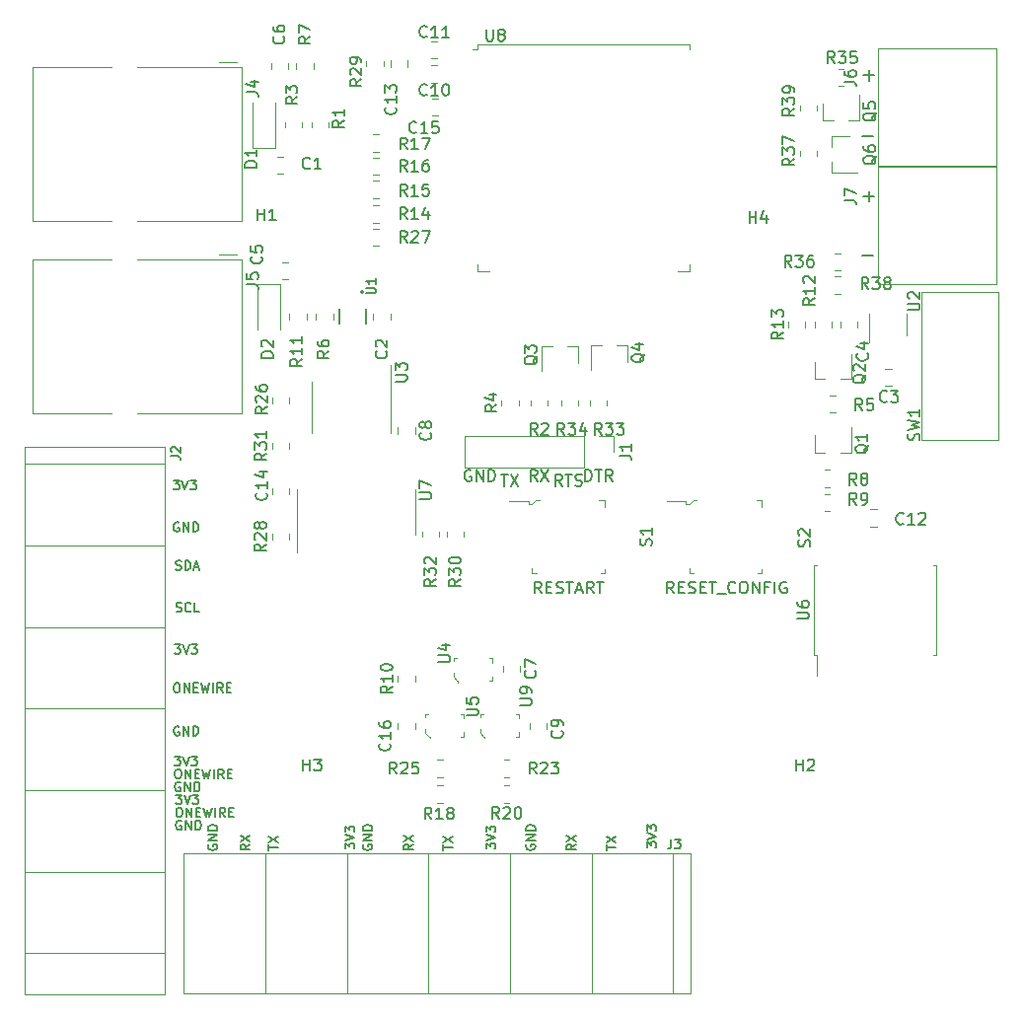
<source format=gto>
G04 #@! TF.GenerationSoftware,KiCad,Pcbnew,(5.1.7)-1*
G04 #@! TF.CreationDate,2021-05-21T19:56:49+02:00*
G04 #@! TF.ProjectId,hlavniDPS,686c6176-6e69-4445-9053-2e6b69636164,rev?*
G04 #@! TF.SameCoordinates,Original*
G04 #@! TF.FileFunction,Legend,Top*
G04 #@! TF.FilePolarity,Positive*
%FSLAX46Y46*%
G04 Gerber Fmt 4.6, Leading zero omitted, Abs format (unit mm)*
G04 Created by KiCad (PCBNEW (5.1.7)-1) date 2021-05-21 19:56:49*
%MOMM*%
%LPD*%
G01*
G04 APERTURE LIST*
%ADD10C,0.150000*%
%ADD11C,0.100000*%
%ADD12C,0.120000*%
%ADD13C,0.200000*%
%ADD14C,0.127000*%
G04 APERTURE END LIST*
D10*
X158457142Y-85252380D02*
X158457142Y-84252380D01*
X158695238Y-84252380D01*
X158838095Y-84300000D01*
X158933333Y-84395238D01*
X158980952Y-84490476D01*
X159028571Y-84680952D01*
X159028571Y-84823809D01*
X158980952Y-85014285D01*
X158933333Y-85109523D01*
X158838095Y-85204761D01*
X158695238Y-85252380D01*
X158457142Y-85252380D01*
X159314285Y-84252380D02*
X159885714Y-84252380D01*
X159600000Y-85252380D02*
X159600000Y-84252380D01*
X160790476Y-85252380D02*
X160457142Y-84776190D01*
X160219047Y-85252380D02*
X160219047Y-84252380D01*
X160600000Y-84252380D01*
X160695238Y-84300000D01*
X160742857Y-84347619D01*
X160790476Y-84442857D01*
X160790476Y-84585714D01*
X160742857Y-84680952D01*
X160695238Y-84728571D01*
X160600000Y-84776190D01*
X160219047Y-84776190D01*
X156452380Y-85652380D02*
X156119047Y-85176190D01*
X155880952Y-85652380D02*
X155880952Y-84652380D01*
X156261904Y-84652380D01*
X156357142Y-84700000D01*
X156404761Y-84747619D01*
X156452380Y-84842857D01*
X156452380Y-84985714D01*
X156404761Y-85080952D01*
X156357142Y-85128571D01*
X156261904Y-85176190D01*
X155880952Y-85176190D01*
X156738095Y-84652380D02*
X157309523Y-84652380D01*
X157023809Y-85652380D02*
X157023809Y-84652380D01*
X157595238Y-85604761D02*
X157738095Y-85652380D01*
X157976190Y-85652380D01*
X158071428Y-85604761D01*
X158119047Y-85557142D01*
X158166666Y-85461904D01*
X158166666Y-85366666D01*
X158119047Y-85271428D01*
X158071428Y-85223809D01*
X157976190Y-85176190D01*
X157785714Y-85128571D01*
X157690476Y-85080952D01*
X157642857Y-85033333D01*
X157595238Y-84938095D01*
X157595238Y-84842857D01*
X157642857Y-84747619D01*
X157690476Y-84700000D01*
X157785714Y-84652380D01*
X158023809Y-84652380D01*
X158166666Y-84700000D01*
X151238095Y-84652380D02*
X151809523Y-84652380D01*
X151523809Y-85652380D02*
X151523809Y-84652380D01*
X152047619Y-84652380D02*
X152714285Y-85652380D01*
X152714285Y-84652380D02*
X152047619Y-85652380D01*
X154333333Y-85252380D02*
X154000000Y-84776190D01*
X153761904Y-85252380D02*
X153761904Y-84252380D01*
X154142857Y-84252380D01*
X154238095Y-84300000D01*
X154285714Y-84347619D01*
X154333333Y-84442857D01*
X154333333Y-84585714D01*
X154285714Y-84680952D01*
X154238095Y-84728571D01*
X154142857Y-84776190D01*
X153761904Y-84776190D01*
X154666666Y-84252380D02*
X155333333Y-85252380D01*
X155333333Y-84252380D02*
X154666666Y-85252380D01*
X148638095Y-84300000D02*
X148542857Y-84252380D01*
X148400000Y-84252380D01*
X148257142Y-84300000D01*
X148161904Y-84395238D01*
X148114285Y-84490476D01*
X148066666Y-84680952D01*
X148066666Y-84823809D01*
X148114285Y-85014285D01*
X148161904Y-85109523D01*
X148257142Y-85204761D01*
X148400000Y-85252380D01*
X148495238Y-85252380D01*
X148638095Y-85204761D01*
X148685714Y-85157142D01*
X148685714Y-84823809D01*
X148495238Y-84823809D01*
X149114285Y-85252380D02*
X149114285Y-84252380D01*
X149685714Y-85252380D01*
X149685714Y-84252380D01*
X150161904Y-85252380D02*
X150161904Y-84252380D01*
X150400000Y-84252380D01*
X150542857Y-84300000D01*
X150638095Y-84395238D01*
X150685714Y-84490476D01*
X150733333Y-84680952D01*
X150733333Y-84823809D01*
X150685714Y-85014285D01*
X150638095Y-85109523D01*
X150542857Y-85204761D01*
X150400000Y-85252380D01*
X150161904Y-85252380D01*
X182242857Y-65885714D02*
X183157142Y-65885714D01*
X182342857Y-60785714D02*
X183257142Y-60785714D01*
X182800000Y-61242857D02*
X182800000Y-60328571D01*
X182242857Y-55585714D02*
X183157142Y-55585714D01*
X182342857Y-50385714D02*
X183257142Y-50385714D01*
X182800000Y-50842857D02*
X182800000Y-49928571D01*
X166052380Y-94852380D02*
X165719047Y-94376190D01*
X165480952Y-94852380D02*
X165480952Y-93852380D01*
X165861904Y-93852380D01*
X165957142Y-93900000D01*
X166004761Y-93947619D01*
X166052380Y-94042857D01*
X166052380Y-94185714D01*
X166004761Y-94280952D01*
X165957142Y-94328571D01*
X165861904Y-94376190D01*
X165480952Y-94376190D01*
X166480952Y-94328571D02*
X166814285Y-94328571D01*
X166957142Y-94852380D02*
X166480952Y-94852380D01*
X166480952Y-93852380D01*
X166957142Y-93852380D01*
X167338095Y-94804761D02*
X167480952Y-94852380D01*
X167719047Y-94852380D01*
X167814285Y-94804761D01*
X167861904Y-94757142D01*
X167909523Y-94661904D01*
X167909523Y-94566666D01*
X167861904Y-94471428D01*
X167814285Y-94423809D01*
X167719047Y-94376190D01*
X167528571Y-94328571D01*
X167433333Y-94280952D01*
X167385714Y-94233333D01*
X167338095Y-94138095D01*
X167338095Y-94042857D01*
X167385714Y-93947619D01*
X167433333Y-93900000D01*
X167528571Y-93852380D01*
X167766666Y-93852380D01*
X167909523Y-93900000D01*
X168338095Y-94328571D02*
X168671428Y-94328571D01*
X168814285Y-94852380D02*
X168338095Y-94852380D01*
X168338095Y-93852380D01*
X168814285Y-93852380D01*
X169100000Y-93852380D02*
X169671428Y-93852380D01*
X169385714Y-94852380D02*
X169385714Y-93852380D01*
X169766666Y-94947619D02*
X170528571Y-94947619D01*
X171338095Y-94757142D02*
X171290476Y-94804761D01*
X171147619Y-94852380D01*
X171052380Y-94852380D01*
X170909523Y-94804761D01*
X170814285Y-94709523D01*
X170766666Y-94614285D01*
X170719047Y-94423809D01*
X170719047Y-94280952D01*
X170766666Y-94090476D01*
X170814285Y-93995238D01*
X170909523Y-93900000D01*
X171052380Y-93852380D01*
X171147619Y-93852380D01*
X171290476Y-93900000D01*
X171338095Y-93947619D01*
X171957142Y-93852380D02*
X172147619Y-93852380D01*
X172242857Y-93900000D01*
X172338095Y-93995238D01*
X172385714Y-94185714D01*
X172385714Y-94519047D01*
X172338095Y-94709523D01*
X172242857Y-94804761D01*
X172147619Y-94852380D01*
X171957142Y-94852380D01*
X171861904Y-94804761D01*
X171766666Y-94709523D01*
X171719047Y-94519047D01*
X171719047Y-94185714D01*
X171766666Y-93995238D01*
X171861904Y-93900000D01*
X171957142Y-93852380D01*
X172814285Y-94852380D02*
X172814285Y-93852380D01*
X173385714Y-94852380D01*
X173385714Y-93852380D01*
X174195238Y-94328571D02*
X173861904Y-94328571D01*
X173861904Y-94852380D02*
X173861904Y-93852380D01*
X174338095Y-93852380D01*
X174719047Y-94852380D02*
X174719047Y-93852380D01*
X175719047Y-93900000D02*
X175623809Y-93852380D01*
X175480952Y-93852380D01*
X175338095Y-93900000D01*
X175242857Y-93995238D01*
X175195238Y-94090476D01*
X175147619Y-94280952D01*
X175147619Y-94423809D01*
X175195238Y-94614285D01*
X175242857Y-94709523D01*
X175338095Y-94804761D01*
X175480952Y-94852380D01*
X175576190Y-94852380D01*
X175719047Y-94804761D01*
X175766666Y-94757142D01*
X175766666Y-94423809D01*
X175576190Y-94423809D01*
X154690476Y-94852380D02*
X154357142Y-94376190D01*
X154119047Y-94852380D02*
X154119047Y-93852380D01*
X154500000Y-93852380D01*
X154595238Y-93900000D01*
X154642857Y-93947619D01*
X154690476Y-94042857D01*
X154690476Y-94185714D01*
X154642857Y-94280952D01*
X154595238Y-94328571D01*
X154500000Y-94376190D01*
X154119047Y-94376190D01*
X155119047Y-94328571D02*
X155452380Y-94328571D01*
X155595238Y-94852380D02*
X155119047Y-94852380D01*
X155119047Y-93852380D01*
X155595238Y-93852380D01*
X155976190Y-94804761D02*
X156119047Y-94852380D01*
X156357142Y-94852380D01*
X156452380Y-94804761D01*
X156500000Y-94757142D01*
X156547619Y-94661904D01*
X156547619Y-94566666D01*
X156500000Y-94471428D01*
X156452380Y-94423809D01*
X156357142Y-94376190D01*
X156166666Y-94328571D01*
X156071428Y-94280952D01*
X156023809Y-94233333D01*
X155976190Y-94138095D01*
X155976190Y-94042857D01*
X156023809Y-93947619D01*
X156071428Y-93900000D01*
X156166666Y-93852380D01*
X156404761Y-93852380D01*
X156547619Y-93900000D01*
X156833333Y-93852380D02*
X157404761Y-93852380D01*
X157119047Y-94852380D02*
X157119047Y-93852380D01*
X157690476Y-94566666D02*
X158166666Y-94566666D01*
X157595238Y-94852380D02*
X157928571Y-93852380D01*
X158261904Y-94852380D01*
X159166666Y-94852380D02*
X158833333Y-94376190D01*
X158595238Y-94852380D02*
X158595238Y-93852380D01*
X158976190Y-93852380D01*
X159071428Y-93900000D01*
X159119047Y-93947619D01*
X159166666Y-94042857D01*
X159166666Y-94185714D01*
X159119047Y-94280952D01*
X159071428Y-94328571D01*
X158976190Y-94376190D01*
X158595238Y-94376190D01*
X159452380Y-93852380D02*
X160023809Y-93852380D01*
X159738095Y-94852380D02*
X159738095Y-93852380D01*
X163761904Y-116692738D02*
X163761904Y-116197500D01*
X164066666Y-116464166D01*
X164066666Y-116349880D01*
X164104761Y-116273690D01*
X164142857Y-116235595D01*
X164219047Y-116197500D01*
X164409523Y-116197500D01*
X164485714Y-116235595D01*
X164523809Y-116273690D01*
X164561904Y-116349880D01*
X164561904Y-116578452D01*
X164523809Y-116654642D01*
X164485714Y-116692738D01*
X163761904Y-115968928D02*
X164561904Y-115702261D01*
X163761904Y-115435595D01*
X163761904Y-115245119D02*
X163761904Y-114749880D01*
X164066666Y-115016547D01*
X164066666Y-114902261D01*
X164104761Y-114826071D01*
X164142857Y-114787976D01*
X164219047Y-114749880D01*
X164409523Y-114749880D01*
X164485714Y-114787976D01*
X164523809Y-114826071D01*
X164561904Y-114902261D01*
X164561904Y-115130833D01*
X164523809Y-115207023D01*
X164485714Y-115245119D01*
X157661904Y-116411785D02*
X157280952Y-116678452D01*
X157661904Y-116868928D02*
X156861904Y-116868928D01*
X156861904Y-116564166D01*
X156900000Y-116487976D01*
X156938095Y-116449880D01*
X157014285Y-116411785D01*
X157128571Y-116411785D01*
X157204761Y-116449880D01*
X157242857Y-116487976D01*
X157280952Y-116564166D01*
X157280952Y-116868928D01*
X156861904Y-116145119D02*
X157661904Y-115611785D01*
X156861904Y-115611785D02*
X157661904Y-116145119D01*
X160261904Y-116892738D02*
X160261904Y-116435595D01*
X161061904Y-116664166D02*
X160261904Y-116664166D01*
X160261904Y-116245119D02*
X161061904Y-115711785D01*
X160261904Y-115711785D02*
X161061904Y-116245119D01*
X149961904Y-116792738D02*
X149961904Y-116297500D01*
X150266666Y-116564166D01*
X150266666Y-116449880D01*
X150304761Y-116373690D01*
X150342857Y-116335595D01*
X150419047Y-116297500D01*
X150609523Y-116297500D01*
X150685714Y-116335595D01*
X150723809Y-116373690D01*
X150761904Y-116449880D01*
X150761904Y-116678452D01*
X150723809Y-116754642D01*
X150685714Y-116792738D01*
X149961904Y-116068928D02*
X150761904Y-115802261D01*
X149961904Y-115535595D01*
X149961904Y-115345119D02*
X149961904Y-114849880D01*
X150266666Y-115116547D01*
X150266666Y-115002261D01*
X150304761Y-114926071D01*
X150342857Y-114887976D01*
X150419047Y-114849880D01*
X150609523Y-114849880D01*
X150685714Y-114887976D01*
X150723809Y-114926071D01*
X150761904Y-115002261D01*
X150761904Y-115230833D01*
X150723809Y-115307023D01*
X150685714Y-115345119D01*
X153400000Y-116426071D02*
X153361904Y-116502261D01*
X153361904Y-116616547D01*
X153400000Y-116730833D01*
X153476190Y-116807023D01*
X153552380Y-116845119D01*
X153704761Y-116883214D01*
X153819047Y-116883214D01*
X153971428Y-116845119D01*
X154047619Y-116807023D01*
X154123809Y-116730833D01*
X154161904Y-116616547D01*
X154161904Y-116540357D01*
X154123809Y-116426071D01*
X154085714Y-116387976D01*
X153819047Y-116387976D01*
X153819047Y-116540357D01*
X154161904Y-116045119D02*
X153361904Y-116045119D01*
X154161904Y-115587976D01*
X153361904Y-115587976D01*
X154161904Y-115207023D02*
X153361904Y-115207023D01*
X153361904Y-115016547D01*
X153400000Y-114902261D01*
X153476190Y-114826071D01*
X153552380Y-114787976D01*
X153704761Y-114749880D01*
X153819047Y-114749880D01*
X153971428Y-114787976D01*
X154047619Y-114826071D01*
X154123809Y-114902261D01*
X154161904Y-115016547D01*
X154161904Y-115207023D01*
X146261904Y-116892738D02*
X146261904Y-116435595D01*
X147061904Y-116664166D02*
X146261904Y-116664166D01*
X146261904Y-116245119D02*
X147061904Y-115711785D01*
X146261904Y-115711785D02*
X147061904Y-116245119D01*
X143661904Y-116411785D02*
X143280952Y-116678452D01*
X143661904Y-116868928D02*
X142861904Y-116868928D01*
X142861904Y-116564166D01*
X142900000Y-116487976D01*
X142938095Y-116449880D01*
X143014285Y-116411785D01*
X143128571Y-116411785D01*
X143204761Y-116449880D01*
X143242857Y-116487976D01*
X143280952Y-116564166D01*
X143280952Y-116868928D01*
X142861904Y-116145119D02*
X143661904Y-115611785D01*
X142861904Y-115611785D02*
X143661904Y-116145119D01*
X139400000Y-116426071D02*
X139361904Y-116502261D01*
X139361904Y-116616547D01*
X139400000Y-116730833D01*
X139476190Y-116807023D01*
X139552380Y-116845119D01*
X139704761Y-116883214D01*
X139819047Y-116883214D01*
X139971428Y-116845119D01*
X140047619Y-116807023D01*
X140123809Y-116730833D01*
X140161904Y-116616547D01*
X140161904Y-116540357D01*
X140123809Y-116426071D01*
X140085714Y-116387976D01*
X139819047Y-116387976D01*
X139819047Y-116540357D01*
X140161904Y-116045119D02*
X139361904Y-116045119D01*
X140161904Y-115587976D01*
X139361904Y-115587976D01*
X140161904Y-115207023D02*
X139361904Y-115207023D01*
X139361904Y-115016547D01*
X139400000Y-114902261D01*
X139476190Y-114826071D01*
X139552380Y-114787976D01*
X139704761Y-114749880D01*
X139819047Y-114749880D01*
X139971428Y-114787976D01*
X140047619Y-114826071D01*
X140123809Y-114902261D01*
X140161904Y-115016547D01*
X140161904Y-115207023D01*
X137861904Y-116792738D02*
X137861904Y-116297500D01*
X138166666Y-116564166D01*
X138166666Y-116449880D01*
X138204761Y-116373690D01*
X138242857Y-116335595D01*
X138319047Y-116297500D01*
X138509523Y-116297500D01*
X138585714Y-116335595D01*
X138623809Y-116373690D01*
X138661904Y-116449880D01*
X138661904Y-116678452D01*
X138623809Y-116754642D01*
X138585714Y-116792738D01*
X137861904Y-116068928D02*
X138661904Y-115802261D01*
X137861904Y-115535595D01*
X137861904Y-115345119D02*
X137861904Y-114849880D01*
X138166666Y-115116547D01*
X138166666Y-115002261D01*
X138204761Y-114926071D01*
X138242857Y-114887976D01*
X138319047Y-114849880D01*
X138509523Y-114849880D01*
X138585714Y-114887976D01*
X138623809Y-114926071D01*
X138661904Y-115002261D01*
X138661904Y-115230833D01*
X138623809Y-115307023D01*
X138585714Y-115345119D01*
X131261904Y-116892738D02*
X131261904Y-116435595D01*
X132061904Y-116664166D02*
X131261904Y-116664166D01*
X131261904Y-116245119D02*
X132061904Y-115711785D01*
X131261904Y-115711785D02*
X132061904Y-116245119D01*
X129661904Y-116411785D02*
X129280952Y-116678452D01*
X129661904Y-116868928D02*
X128861904Y-116868928D01*
X128861904Y-116564166D01*
X128900000Y-116487976D01*
X128938095Y-116449880D01*
X129014285Y-116411785D01*
X129128571Y-116411785D01*
X129204761Y-116449880D01*
X129242857Y-116487976D01*
X129280952Y-116564166D01*
X129280952Y-116868928D01*
X128861904Y-116145119D02*
X129661904Y-115611785D01*
X128861904Y-115611785D02*
X129661904Y-116145119D01*
X126100000Y-116426071D02*
X126061904Y-116502261D01*
X126061904Y-116616547D01*
X126100000Y-116730833D01*
X126176190Y-116807023D01*
X126252380Y-116845119D01*
X126404761Y-116883214D01*
X126519047Y-116883214D01*
X126671428Y-116845119D01*
X126747619Y-116807023D01*
X126823809Y-116730833D01*
X126861904Y-116616547D01*
X126861904Y-116540357D01*
X126823809Y-116426071D01*
X126785714Y-116387976D01*
X126519047Y-116387976D01*
X126519047Y-116540357D01*
X126861904Y-116045119D02*
X126061904Y-116045119D01*
X126861904Y-115587976D01*
X126061904Y-115587976D01*
X126861904Y-115207023D02*
X126061904Y-115207023D01*
X126061904Y-115016547D01*
X126100000Y-114902261D01*
X126176190Y-114826071D01*
X126252380Y-114787976D01*
X126404761Y-114749880D01*
X126519047Y-114749880D01*
X126671428Y-114787976D01*
X126747619Y-114826071D01*
X126823809Y-114902261D01*
X126861904Y-115016547D01*
X126861904Y-115207023D01*
X123345357Y-96423809D02*
X123459642Y-96461904D01*
X123650119Y-96461904D01*
X123726309Y-96423809D01*
X123764404Y-96385714D01*
X123802500Y-96309523D01*
X123802500Y-96233333D01*
X123764404Y-96157142D01*
X123726309Y-96119047D01*
X123650119Y-96080952D01*
X123497738Y-96042857D01*
X123421547Y-96004761D01*
X123383452Y-95966666D01*
X123345357Y-95890476D01*
X123345357Y-95814285D01*
X123383452Y-95738095D01*
X123421547Y-95700000D01*
X123497738Y-95661904D01*
X123688214Y-95661904D01*
X123802500Y-95700000D01*
X124602500Y-96385714D02*
X124564404Y-96423809D01*
X124450119Y-96461904D01*
X124373928Y-96461904D01*
X124259642Y-96423809D01*
X124183452Y-96347619D01*
X124145357Y-96271428D01*
X124107261Y-96119047D01*
X124107261Y-96004761D01*
X124145357Y-95852380D01*
X124183452Y-95776190D01*
X124259642Y-95700000D01*
X124373928Y-95661904D01*
X124450119Y-95661904D01*
X124564404Y-95700000D01*
X124602500Y-95738095D01*
X125326309Y-96461904D02*
X124945357Y-96461904D01*
X124945357Y-95661904D01*
X123307261Y-92823809D02*
X123421547Y-92861904D01*
X123612023Y-92861904D01*
X123688214Y-92823809D01*
X123726309Y-92785714D01*
X123764404Y-92709523D01*
X123764404Y-92633333D01*
X123726309Y-92557142D01*
X123688214Y-92519047D01*
X123612023Y-92480952D01*
X123459642Y-92442857D01*
X123383452Y-92404761D01*
X123345357Y-92366666D01*
X123307261Y-92290476D01*
X123307261Y-92214285D01*
X123345357Y-92138095D01*
X123383452Y-92100000D01*
X123459642Y-92061904D01*
X123650119Y-92061904D01*
X123764404Y-92100000D01*
X124107261Y-92861904D02*
X124107261Y-92061904D01*
X124297738Y-92061904D01*
X124412023Y-92100000D01*
X124488214Y-92176190D01*
X124526309Y-92252380D01*
X124564404Y-92404761D01*
X124564404Y-92519047D01*
X124526309Y-92671428D01*
X124488214Y-92747619D01*
X124412023Y-92823809D01*
X124297738Y-92861904D01*
X124107261Y-92861904D01*
X124869166Y-92633333D02*
X125250119Y-92633333D01*
X124792976Y-92861904D02*
X125059642Y-92061904D01*
X125326309Y-92861904D01*
X123573928Y-88800000D02*
X123497738Y-88761904D01*
X123383452Y-88761904D01*
X123269166Y-88800000D01*
X123192976Y-88876190D01*
X123154880Y-88952380D01*
X123116785Y-89104761D01*
X123116785Y-89219047D01*
X123154880Y-89371428D01*
X123192976Y-89447619D01*
X123269166Y-89523809D01*
X123383452Y-89561904D01*
X123459642Y-89561904D01*
X123573928Y-89523809D01*
X123612023Y-89485714D01*
X123612023Y-89219047D01*
X123459642Y-89219047D01*
X123954880Y-89561904D02*
X123954880Y-88761904D01*
X124412023Y-89561904D01*
X124412023Y-88761904D01*
X124792976Y-89561904D02*
X124792976Y-88761904D01*
X124983452Y-88761904D01*
X125097738Y-88800000D01*
X125173928Y-88876190D01*
X125212023Y-88952380D01*
X125250119Y-89104761D01*
X125250119Y-89219047D01*
X125212023Y-89371428D01*
X125173928Y-89447619D01*
X125097738Y-89523809D01*
X124983452Y-89561904D01*
X124792976Y-89561904D01*
X123107261Y-85161904D02*
X123602500Y-85161904D01*
X123335833Y-85466666D01*
X123450119Y-85466666D01*
X123526309Y-85504761D01*
X123564404Y-85542857D01*
X123602500Y-85619047D01*
X123602500Y-85809523D01*
X123564404Y-85885714D01*
X123526309Y-85923809D01*
X123450119Y-85961904D01*
X123221547Y-85961904D01*
X123145357Y-85923809D01*
X123107261Y-85885714D01*
X123831071Y-85161904D02*
X124097738Y-85961904D01*
X124364404Y-85161904D01*
X124554880Y-85161904D02*
X125050119Y-85161904D01*
X124783452Y-85466666D01*
X124897738Y-85466666D01*
X124973928Y-85504761D01*
X125012023Y-85542857D01*
X125050119Y-85619047D01*
X125050119Y-85809523D01*
X125012023Y-85885714D01*
X124973928Y-85923809D01*
X124897738Y-85961904D01*
X124669166Y-85961904D01*
X124592976Y-85923809D01*
X124554880Y-85885714D01*
X123590476Y-106300000D02*
X123514285Y-106261904D01*
X123400000Y-106261904D01*
X123285714Y-106300000D01*
X123209523Y-106376190D01*
X123171428Y-106452380D01*
X123133333Y-106604761D01*
X123133333Y-106719047D01*
X123171428Y-106871428D01*
X123209523Y-106947619D01*
X123285714Y-107023809D01*
X123400000Y-107061904D01*
X123476190Y-107061904D01*
X123590476Y-107023809D01*
X123628571Y-106985714D01*
X123628571Y-106719047D01*
X123476190Y-106719047D01*
X123971428Y-107061904D02*
X123971428Y-106261904D01*
X124428571Y-107061904D01*
X124428571Y-106261904D01*
X124809523Y-107061904D02*
X124809523Y-106261904D01*
X125000000Y-106261904D01*
X125114285Y-106300000D01*
X125190476Y-106376190D01*
X125228571Y-106452380D01*
X125266666Y-106604761D01*
X125266666Y-106719047D01*
X125228571Y-106871428D01*
X125190476Y-106947619D01*
X125114285Y-107023809D01*
X125000000Y-107061904D01*
X124809523Y-107061904D01*
X123207261Y-99261904D02*
X123702500Y-99261904D01*
X123435833Y-99566666D01*
X123550119Y-99566666D01*
X123626309Y-99604761D01*
X123664404Y-99642857D01*
X123702500Y-99719047D01*
X123702500Y-99909523D01*
X123664404Y-99985714D01*
X123626309Y-100023809D01*
X123550119Y-100061904D01*
X123321547Y-100061904D01*
X123245357Y-100023809D01*
X123207261Y-99985714D01*
X123931071Y-99261904D02*
X124197738Y-100061904D01*
X124464404Y-99261904D01*
X124654880Y-99261904D02*
X125150119Y-99261904D01*
X124883452Y-99566666D01*
X124997738Y-99566666D01*
X125073928Y-99604761D01*
X125112023Y-99642857D01*
X125150119Y-99719047D01*
X125150119Y-99909523D01*
X125112023Y-99985714D01*
X125073928Y-100023809D01*
X124997738Y-100061904D01*
X124769166Y-100061904D01*
X124692976Y-100023809D01*
X124654880Y-99985714D01*
X123333333Y-102561904D02*
X123485714Y-102561904D01*
X123561904Y-102600000D01*
X123638095Y-102676190D01*
X123676190Y-102828571D01*
X123676190Y-103095238D01*
X123638095Y-103247619D01*
X123561904Y-103323809D01*
X123485714Y-103361904D01*
X123333333Y-103361904D01*
X123257142Y-103323809D01*
X123180952Y-103247619D01*
X123142857Y-103095238D01*
X123142857Y-102828571D01*
X123180952Y-102676190D01*
X123257142Y-102600000D01*
X123333333Y-102561904D01*
X124019047Y-103361904D02*
X124019047Y-102561904D01*
X124476190Y-103361904D01*
X124476190Y-102561904D01*
X124857142Y-102942857D02*
X125123809Y-102942857D01*
X125238095Y-103361904D02*
X124857142Y-103361904D01*
X124857142Y-102561904D01*
X125238095Y-102561904D01*
X125504761Y-102561904D02*
X125695238Y-103361904D01*
X125847619Y-102790476D01*
X126000000Y-103361904D01*
X126190476Y-102561904D01*
X126495238Y-103361904D02*
X126495238Y-102561904D01*
X127333333Y-103361904D02*
X127066666Y-102980952D01*
X126876190Y-103361904D02*
X126876190Y-102561904D01*
X127180952Y-102561904D01*
X127257142Y-102600000D01*
X127295238Y-102638095D01*
X127333333Y-102714285D01*
X127333333Y-102828571D01*
X127295238Y-102904761D01*
X127257142Y-102942857D01*
X127180952Y-102980952D01*
X126876190Y-102980952D01*
X127676190Y-102942857D02*
X127942857Y-102942857D01*
X128057142Y-103361904D02*
X127676190Y-103361904D01*
X127676190Y-102561904D01*
X128057142Y-102561904D01*
X123690476Y-111100000D02*
X123614285Y-111061904D01*
X123500000Y-111061904D01*
X123385714Y-111100000D01*
X123309523Y-111176190D01*
X123271428Y-111252380D01*
X123233333Y-111404761D01*
X123233333Y-111519047D01*
X123271428Y-111671428D01*
X123309523Y-111747619D01*
X123385714Y-111823809D01*
X123500000Y-111861904D01*
X123576190Y-111861904D01*
X123690476Y-111823809D01*
X123728571Y-111785714D01*
X123728571Y-111519047D01*
X123576190Y-111519047D01*
X124071428Y-111861904D02*
X124071428Y-111061904D01*
X124528571Y-111861904D01*
X124528571Y-111061904D01*
X124909523Y-111861904D02*
X124909523Y-111061904D01*
X125100000Y-111061904D01*
X125214285Y-111100000D01*
X125290476Y-111176190D01*
X125328571Y-111252380D01*
X125366666Y-111404761D01*
X125366666Y-111519047D01*
X125328571Y-111671428D01*
X125290476Y-111747619D01*
X125214285Y-111823809D01*
X125100000Y-111861904D01*
X124909523Y-111861904D01*
X123207261Y-108861904D02*
X123702500Y-108861904D01*
X123435833Y-109166666D01*
X123550119Y-109166666D01*
X123626309Y-109204761D01*
X123664404Y-109242857D01*
X123702500Y-109319047D01*
X123702500Y-109509523D01*
X123664404Y-109585714D01*
X123626309Y-109623809D01*
X123550119Y-109661904D01*
X123321547Y-109661904D01*
X123245357Y-109623809D01*
X123207261Y-109585714D01*
X123931071Y-108861904D02*
X124197738Y-109661904D01*
X124464404Y-108861904D01*
X124654880Y-108861904D02*
X125150119Y-108861904D01*
X124883452Y-109166666D01*
X124997738Y-109166666D01*
X125073928Y-109204761D01*
X125112023Y-109242857D01*
X125150119Y-109319047D01*
X125150119Y-109509523D01*
X125112023Y-109585714D01*
X125073928Y-109623809D01*
X124997738Y-109661904D01*
X124769166Y-109661904D01*
X124692976Y-109623809D01*
X124654880Y-109585714D01*
X123433333Y-109961904D02*
X123585714Y-109961904D01*
X123661904Y-110000000D01*
X123738095Y-110076190D01*
X123776190Y-110228571D01*
X123776190Y-110495238D01*
X123738095Y-110647619D01*
X123661904Y-110723809D01*
X123585714Y-110761904D01*
X123433333Y-110761904D01*
X123357142Y-110723809D01*
X123280952Y-110647619D01*
X123242857Y-110495238D01*
X123242857Y-110228571D01*
X123280952Y-110076190D01*
X123357142Y-110000000D01*
X123433333Y-109961904D01*
X124119047Y-110761904D02*
X124119047Y-109961904D01*
X124576190Y-110761904D01*
X124576190Y-109961904D01*
X124957142Y-110342857D02*
X125223809Y-110342857D01*
X125338095Y-110761904D02*
X124957142Y-110761904D01*
X124957142Y-109961904D01*
X125338095Y-109961904D01*
X125604761Y-109961904D02*
X125795238Y-110761904D01*
X125947619Y-110190476D01*
X126100000Y-110761904D01*
X126290476Y-109961904D01*
X126595238Y-110761904D02*
X126595238Y-109961904D01*
X127433333Y-110761904D02*
X127166666Y-110380952D01*
X126976190Y-110761904D02*
X126976190Y-109961904D01*
X127280952Y-109961904D01*
X127357142Y-110000000D01*
X127395238Y-110038095D01*
X127433333Y-110114285D01*
X127433333Y-110228571D01*
X127395238Y-110304761D01*
X127357142Y-110342857D01*
X127280952Y-110380952D01*
X126976190Y-110380952D01*
X127776190Y-110342857D02*
X128042857Y-110342857D01*
X128157142Y-110761904D02*
X127776190Y-110761904D01*
X127776190Y-109961904D01*
X128157142Y-109961904D01*
X123307261Y-112161904D02*
X123802500Y-112161904D01*
X123535833Y-112466666D01*
X123650119Y-112466666D01*
X123726309Y-112504761D01*
X123764404Y-112542857D01*
X123802500Y-112619047D01*
X123802500Y-112809523D01*
X123764404Y-112885714D01*
X123726309Y-112923809D01*
X123650119Y-112961904D01*
X123421547Y-112961904D01*
X123345357Y-112923809D01*
X123307261Y-112885714D01*
X124031071Y-112161904D02*
X124297738Y-112961904D01*
X124564404Y-112161904D01*
X124754880Y-112161904D02*
X125250119Y-112161904D01*
X124983452Y-112466666D01*
X125097738Y-112466666D01*
X125173928Y-112504761D01*
X125212023Y-112542857D01*
X125250119Y-112619047D01*
X125250119Y-112809523D01*
X125212023Y-112885714D01*
X125173928Y-112923809D01*
X125097738Y-112961904D01*
X124869166Y-112961904D01*
X124792976Y-112923809D01*
X124754880Y-112885714D01*
X123533333Y-113261904D02*
X123685714Y-113261904D01*
X123761904Y-113300000D01*
X123838095Y-113376190D01*
X123876190Y-113528571D01*
X123876190Y-113795238D01*
X123838095Y-113947619D01*
X123761904Y-114023809D01*
X123685714Y-114061904D01*
X123533333Y-114061904D01*
X123457142Y-114023809D01*
X123380952Y-113947619D01*
X123342857Y-113795238D01*
X123342857Y-113528571D01*
X123380952Y-113376190D01*
X123457142Y-113300000D01*
X123533333Y-113261904D01*
X124219047Y-114061904D02*
X124219047Y-113261904D01*
X124676190Y-114061904D01*
X124676190Y-113261904D01*
X125057142Y-113642857D02*
X125323809Y-113642857D01*
X125438095Y-114061904D02*
X125057142Y-114061904D01*
X125057142Y-113261904D01*
X125438095Y-113261904D01*
X125704761Y-113261904D02*
X125895238Y-114061904D01*
X126047619Y-113490476D01*
X126200000Y-114061904D01*
X126390476Y-113261904D01*
X126695238Y-114061904D02*
X126695238Y-113261904D01*
X127533333Y-114061904D02*
X127266666Y-113680952D01*
X127076190Y-114061904D02*
X127076190Y-113261904D01*
X127380952Y-113261904D01*
X127457142Y-113300000D01*
X127495238Y-113338095D01*
X127533333Y-113414285D01*
X127533333Y-113528571D01*
X127495238Y-113604761D01*
X127457142Y-113642857D01*
X127380952Y-113680952D01*
X127076190Y-113680952D01*
X127876190Y-113642857D02*
X128142857Y-113642857D01*
X128257142Y-114061904D02*
X127876190Y-114061904D01*
X127876190Y-113261904D01*
X128257142Y-113261904D01*
X123790476Y-114400000D02*
X123714285Y-114361904D01*
X123600000Y-114361904D01*
X123485714Y-114400000D01*
X123409523Y-114476190D01*
X123371428Y-114552380D01*
X123333333Y-114704761D01*
X123333333Y-114819047D01*
X123371428Y-114971428D01*
X123409523Y-115047619D01*
X123485714Y-115123809D01*
X123600000Y-115161904D01*
X123676190Y-115161904D01*
X123790476Y-115123809D01*
X123828571Y-115085714D01*
X123828571Y-114819047D01*
X123676190Y-114819047D01*
X124171428Y-115161904D02*
X124171428Y-114361904D01*
X124628571Y-115161904D01*
X124628571Y-114361904D01*
X125009523Y-115161904D02*
X125009523Y-114361904D01*
X125200000Y-114361904D01*
X125314285Y-114400000D01*
X125390476Y-114476190D01*
X125428571Y-114552380D01*
X125466666Y-114704761D01*
X125466666Y-114819047D01*
X125428571Y-114971428D01*
X125390476Y-115047619D01*
X125314285Y-115123809D01*
X125200000Y-115161904D01*
X125009523Y-115161904D01*
D11*
X173625000Y-93125000D02*
X173250000Y-93125000D01*
X173625000Y-92750000D02*
X173625000Y-93125000D01*
X167375000Y-93125000D02*
X167375000Y-92725000D01*
X167775000Y-93125000D02*
X167375000Y-93125000D01*
X173625000Y-86875000D02*
X173125000Y-86875000D01*
X173625000Y-87425000D02*
X173625000Y-86875000D01*
X167075000Y-86975000D02*
X165425000Y-86975000D01*
X167075000Y-87200000D02*
X167075000Y-86975000D01*
X167375000Y-87200000D02*
X167075000Y-87200000D01*
X167725000Y-86875000D02*
X167375000Y-87200000D01*
X167725000Y-86875000D02*
X168025000Y-86875000D01*
D12*
X143835000Y-105976248D02*
X143835000Y-106498752D01*
X142365000Y-105976248D02*
X142365000Y-106498752D01*
D11*
X147500000Y-102350000D02*
X147500000Y-102500000D01*
X147450000Y-102350000D02*
X147500000Y-102350000D01*
X147150000Y-102050000D02*
X147450000Y-102350000D01*
X147150000Y-101700000D02*
X147150000Y-102050000D01*
X147150000Y-100450000D02*
X147400000Y-100450000D01*
X147150000Y-100700000D02*
X147150000Y-100450000D01*
X150450000Y-100450000D02*
X150450000Y-100800000D01*
X150200000Y-100450000D02*
X150450000Y-100450000D01*
X150450000Y-102350000D02*
X150450000Y-102000000D01*
X150200000Y-102350000D02*
X150450000Y-102350000D01*
D12*
X145772936Y-109165000D02*
X146227064Y-109165000D01*
X145772936Y-110635000D02*
X146227064Y-110635000D01*
X151927064Y-110635000D02*
X151472936Y-110635000D01*
X151927064Y-109165000D02*
X151472936Y-109165000D01*
X151927064Y-112835000D02*
X151472936Y-112835000D01*
X151927064Y-111365000D02*
X151472936Y-111365000D01*
X145772936Y-111365000D02*
X146227064Y-111365000D01*
X145772936Y-112835000D02*
X146227064Y-112835000D01*
X142365000Y-102427064D02*
X142365000Y-101972936D01*
X143835000Y-102427064D02*
X143835000Y-101972936D01*
X155135000Y-105976248D02*
X155135000Y-106498752D01*
X153665000Y-105976248D02*
X153665000Y-106498752D01*
X152835000Y-101076248D02*
X152835000Y-101598752D01*
X151365000Y-101076248D02*
X151365000Y-101598752D01*
D11*
X149800000Y-107150000D02*
X149800000Y-107300000D01*
X149750000Y-107150000D02*
X149800000Y-107150000D01*
X149450000Y-106850000D02*
X149750000Y-107150000D01*
X149450000Y-106500000D02*
X149450000Y-106850000D01*
X149450000Y-105250000D02*
X149700000Y-105250000D01*
X149450000Y-105500000D02*
X149450000Y-105250000D01*
X152750000Y-105250000D02*
X152750000Y-105600000D01*
X152500000Y-105250000D02*
X152750000Y-105250000D01*
X152750000Y-107150000D02*
X152750000Y-106800000D01*
X152500000Y-107150000D02*
X152750000Y-107150000D01*
X145100000Y-107150000D02*
X145100000Y-107300000D01*
X145050000Y-107150000D02*
X145100000Y-107150000D01*
X144750000Y-106850000D02*
X145050000Y-107150000D01*
X144750000Y-106500000D02*
X144750000Y-106850000D01*
X144750000Y-105250000D02*
X145000000Y-105250000D01*
X144750000Y-105500000D02*
X144750000Y-105250000D01*
X148050000Y-105250000D02*
X148050000Y-105600000D01*
X147800000Y-105250000D02*
X148050000Y-105250000D01*
X148050000Y-107150000D02*
X148050000Y-106800000D01*
X147800000Y-107150000D02*
X148050000Y-107150000D01*
D12*
X149190000Y-66600000D02*
X149190000Y-67220000D01*
X149190000Y-67220000D02*
X150190000Y-67220000D01*
X167430000Y-66600000D02*
X167430000Y-67220000D01*
X167430000Y-67220000D02*
X166430000Y-67220000D01*
X149190000Y-47780000D02*
X167430000Y-47780000D01*
X167430000Y-47780000D02*
X167430000Y-48200000D01*
X149190000Y-47780000D02*
X149190000Y-48200000D01*
X149190000Y-48200000D02*
X148810000Y-48200000D01*
X136435000Y-54887064D02*
X136435000Y-54432936D01*
X134965000Y-54887064D02*
X134965000Y-54432936D01*
D13*
X139402000Y-69000000D02*
G75*
G03*
X139402000Y-69000000I-100000J0D01*
G01*
D14*
X137330000Y-70475000D02*
X137330000Y-71725000D01*
X139670000Y-70475000D02*
X139670000Y-71725000D01*
D12*
X145761252Y-48935000D02*
X145238748Y-48935000D01*
X145761252Y-47465000D02*
X145238748Y-47465000D01*
X124000000Y-129200000D02*
X124000000Y-117200000D01*
X132500000Y-129200000D02*
X124000000Y-129200000D01*
X132500000Y-117200000D02*
X124000000Y-117200000D01*
X124000000Y-117200000D02*
X124000000Y-129200000D01*
X131000000Y-129200000D02*
X131000000Y-117200000D01*
X139500000Y-129200000D02*
X131000000Y-129200000D01*
X139500000Y-117200000D02*
X131000000Y-117200000D01*
X131000000Y-117200000D02*
X131000000Y-129200000D01*
X138000000Y-129200000D02*
X138000000Y-117200000D01*
X146500000Y-129200000D02*
X138000000Y-129200000D01*
X146500000Y-117200000D02*
X138000000Y-117200000D01*
X138000000Y-117200000D02*
X138000000Y-129200000D01*
X145000000Y-129200000D02*
X145000000Y-117200000D01*
X153500000Y-129200000D02*
X145000000Y-129200000D01*
X153500000Y-117200000D02*
X145000000Y-117200000D01*
X145000000Y-117200000D02*
X145000000Y-129200000D01*
X152000000Y-129200000D02*
X152000000Y-117200000D01*
X160500000Y-129200000D02*
X152000000Y-129200000D01*
X160500000Y-117200000D02*
X152000000Y-117200000D01*
X152000000Y-117200000D02*
X152000000Y-129200000D01*
X159000000Y-129200000D02*
X159000000Y-117200000D01*
X167500000Y-129200000D02*
X167500000Y-117200000D01*
X167500000Y-129200000D02*
X159000000Y-129200000D01*
X167500000Y-117200000D02*
X159000000Y-117200000D01*
X159000000Y-117200000D02*
X159000000Y-129200000D01*
X166000000Y-129200000D02*
X166000000Y-117200000D01*
X127010000Y-65775000D02*
X128540000Y-65775000D01*
X119990000Y-66245000D02*
X129010000Y-66245000D01*
D11*
X120060000Y-66245000D02*
X119990000Y-66245000D01*
D12*
X111010000Y-66245000D02*
X117790000Y-66245000D01*
X111010000Y-79445000D02*
X111010000Y-66245000D01*
D11*
X111020000Y-79445000D02*
X111010000Y-79445000D01*
D12*
X111010000Y-79445000D02*
X117790000Y-79445000D01*
D11*
X111130000Y-79445000D02*
X111010000Y-79445000D01*
D12*
X129010000Y-79445000D02*
X119990000Y-79445000D01*
X129010000Y-66245000D02*
X129010000Y-79445000D01*
X145935000Y-89572936D02*
X145935000Y-90027064D01*
X144465000Y-89572936D02*
X144465000Y-90027064D01*
X193740000Y-58285000D02*
X183540000Y-58285000D01*
X193740000Y-68285000D02*
X183540000Y-68285000D01*
X183540000Y-58285000D02*
X183540000Y-68285000D01*
X193740000Y-58285000D02*
X193740000Y-68285000D01*
X193740000Y-48125000D02*
X183540000Y-48125000D01*
X193740000Y-58125000D02*
X183540000Y-58125000D01*
X183540000Y-48125000D02*
X183540000Y-58125000D01*
X193740000Y-48125000D02*
X193740000Y-58125000D01*
X145798752Y-52365000D02*
X145276248Y-52365000D01*
X145798752Y-53835000D02*
X145276248Y-53835000D01*
X176865000Y-53427064D02*
X176865000Y-52972936D01*
X178335000Y-53427064D02*
X178335000Y-52972936D01*
X179872936Y-67665000D02*
X180327064Y-67665000D01*
X179872936Y-69135000D02*
X180327064Y-69135000D01*
X176865000Y-57327064D02*
X176865000Y-56872936D01*
X178335000Y-57327064D02*
X178335000Y-56872936D01*
X180327064Y-67135000D02*
X179872936Y-67135000D01*
X180327064Y-65665000D02*
X179872936Y-65665000D01*
X180172936Y-49865000D02*
X180627064Y-49865000D01*
X180172936Y-51335000D02*
X180627064Y-51335000D01*
X179640000Y-55620000D02*
X181100000Y-55620000D01*
X179640000Y-58780000D02*
X181800000Y-58780000D01*
X179640000Y-58780000D02*
X179640000Y-57850000D01*
X179640000Y-55620000D02*
X179640000Y-56550000D01*
X178820000Y-54260000D02*
X178820000Y-52800000D01*
X181980000Y-54260000D02*
X181980000Y-52100000D01*
X181980000Y-54260000D02*
X181050000Y-54260000D01*
X178820000Y-54260000D02*
X179750000Y-54260000D01*
X178120000Y-82760000D02*
X179050000Y-82760000D01*
X181280000Y-82760000D02*
X180350000Y-82760000D01*
X181280000Y-82760000D02*
X181280000Y-80600000D01*
X178120000Y-82760000D02*
X178120000Y-81300000D01*
D11*
X154225000Y-86875000D02*
X154525000Y-86875000D01*
X154225000Y-86875000D02*
X153875000Y-87200000D01*
X153875000Y-87200000D02*
X153575000Y-87200000D01*
X153575000Y-87200000D02*
X153575000Y-86975000D01*
X153575000Y-86975000D02*
X151925000Y-86975000D01*
X160125000Y-87425000D02*
X160125000Y-86875000D01*
X160125000Y-86875000D02*
X159625000Y-86875000D01*
X154275000Y-93125000D02*
X153875000Y-93125000D01*
X153875000Y-93125000D02*
X153875000Y-92725000D01*
X160125000Y-92750000D02*
X160125000Y-93125000D01*
X160125000Y-93125000D02*
X159750000Y-93125000D01*
D12*
X127010000Y-49265000D02*
X128540000Y-49265000D01*
X119990000Y-49735000D02*
X129010000Y-49735000D01*
D11*
X120060000Y-49735000D02*
X119990000Y-49735000D01*
D12*
X111010000Y-49735000D02*
X117790000Y-49735000D01*
X111010000Y-62935000D02*
X111010000Y-49735000D01*
D11*
X111020000Y-62935000D02*
X111010000Y-62935000D01*
D12*
X111010000Y-62935000D02*
X117790000Y-62935000D01*
D11*
X111130000Y-62935000D02*
X111010000Y-62935000D01*
D12*
X129010000Y-62935000D02*
X119990000Y-62935000D01*
X129010000Y-49735000D02*
X129010000Y-62935000D01*
X143860000Y-87900000D02*
X143860000Y-85950000D01*
X143860000Y-87900000D02*
X143860000Y-89850000D01*
X133740000Y-87900000D02*
X133740000Y-85950000D01*
X133740000Y-87900000D02*
X133740000Y-91350000D01*
X135015000Y-78900000D02*
X135015000Y-81100000D01*
X135015000Y-78900000D02*
X135015000Y-76700000D01*
X141785000Y-78900000D02*
X141785000Y-81100000D01*
X141785000Y-78900000D02*
X141785000Y-75300000D01*
X162080000Y-73540000D02*
X161150000Y-73540000D01*
X158920000Y-73540000D02*
X159850000Y-73540000D01*
X158920000Y-73540000D02*
X158920000Y-75700000D01*
X162080000Y-73540000D02*
X162080000Y-75000000D01*
X157880000Y-73640000D02*
X156950000Y-73640000D01*
X154720000Y-73640000D02*
X155650000Y-73640000D01*
X154720000Y-73640000D02*
X154720000Y-75800000D01*
X157880000Y-73640000D02*
X157880000Y-75100000D01*
X178120000Y-76460000D02*
X179050000Y-76460000D01*
X181280000Y-76460000D02*
X180350000Y-76460000D01*
X181280000Y-76460000D02*
X181280000Y-74300000D01*
X178120000Y-76460000D02*
X178120000Y-75000000D01*
X148110000Y-81370000D02*
X148110000Y-84030000D01*
X158330000Y-81370000D02*
X148110000Y-81370000D01*
X158330000Y-84030000D02*
X148110000Y-84030000D01*
X158330000Y-81370000D02*
X158330000Y-84030000D01*
X159600000Y-81370000D02*
X160930000Y-81370000D01*
X160930000Y-81370000D02*
X160930000Y-82700000D01*
X188560000Y-96300000D02*
X188560000Y-92440000D01*
X188560000Y-92440000D02*
X188305000Y-92440000D01*
X188560000Y-96300000D02*
X188560000Y-100160000D01*
X188560000Y-100160000D02*
X188305000Y-100160000D01*
X178040000Y-96300000D02*
X178040000Y-92440000D01*
X178040000Y-92440000D02*
X178295000Y-92440000D01*
X178040000Y-96300000D02*
X178040000Y-100160000D01*
X178040000Y-100160000D02*
X178295000Y-100160000D01*
X178295000Y-100160000D02*
X178295000Y-101975000D01*
X186010000Y-72700000D02*
X186010000Y-70900000D01*
X182790000Y-70900000D02*
X182790000Y-73350000D01*
X193945000Y-69040000D02*
X187345000Y-69040000D01*
X187345000Y-69040000D02*
X187345000Y-81740000D01*
X187345000Y-81740000D02*
X193945000Y-81740000D01*
X193945000Y-81740000D02*
X193945000Y-69040000D01*
X156365000Y-78727064D02*
X156365000Y-78272936D01*
X157835000Y-78727064D02*
X157835000Y-78272936D01*
X158865000Y-78727064D02*
X158865000Y-78272936D01*
X160335000Y-78727064D02*
X160335000Y-78272936D01*
X131565000Y-82427064D02*
X131565000Y-81972936D01*
X133035000Y-82427064D02*
X133035000Y-81972936D01*
X148035000Y-89572936D02*
X148035000Y-90027064D01*
X146565000Y-89572936D02*
X146565000Y-90027064D01*
X139665000Y-49627064D02*
X139665000Y-49172936D01*
X141135000Y-49627064D02*
X141135000Y-49172936D01*
X133035000Y-89772936D02*
X133035000Y-90227064D01*
X131565000Y-89772936D02*
X131565000Y-90227064D01*
X140727064Y-65035000D02*
X140272936Y-65035000D01*
X140727064Y-63565000D02*
X140272936Y-63565000D01*
X133035000Y-78072936D02*
X133035000Y-78527064D01*
X131565000Y-78072936D02*
X131565000Y-78527064D01*
X140272936Y-55465000D02*
X140727064Y-55465000D01*
X140272936Y-56935000D02*
X140727064Y-56935000D01*
X140272936Y-57465000D02*
X140727064Y-57465000D01*
X140272936Y-58935000D02*
X140727064Y-58935000D01*
X140272936Y-59465000D02*
X140727064Y-59465000D01*
X140272936Y-60935000D02*
X140727064Y-60935000D01*
X140272936Y-61565000D02*
X140727064Y-61565000D01*
X140272936Y-63035000D02*
X140727064Y-63035000D01*
X177335000Y-71572936D02*
X177335000Y-72027064D01*
X175865000Y-71572936D02*
X175865000Y-72027064D01*
X178165000Y-72027064D02*
X178165000Y-71572936D01*
X179635000Y-72027064D02*
X179635000Y-71572936D01*
X134535000Y-70892936D02*
X134535000Y-71347064D01*
X133065000Y-70892936D02*
X133065000Y-71347064D01*
X179427064Y-87835000D02*
X178972936Y-87835000D01*
X179427064Y-86365000D02*
X178972936Y-86365000D01*
X179427064Y-85735000D02*
X178972936Y-85735000D01*
X179427064Y-84265000D02*
X178972936Y-84265000D01*
X132960000Y-49397936D02*
X132960000Y-49852064D01*
X131490000Y-49397936D02*
X131490000Y-49852064D01*
X136805000Y-70892936D02*
X136805000Y-71347064D01*
X135335000Y-70892936D02*
X135335000Y-71347064D01*
X179472936Y-77865000D02*
X179927064Y-77865000D01*
X179472936Y-79335000D02*
X179927064Y-79335000D01*
X152735000Y-78272936D02*
X152735000Y-78727064D01*
X151265000Y-78272936D02*
X151265000Y-78727064D01*
X132695000Y-54887064D02*
X132695000Y-54432936D01*
X134165000Y-54887064D02*
X134165000Y-54432936D01*
X155235000Y-78272936D02*
X155235000Y-78727064D01*
X153765000Y-78272936D02*
X153765000Y-78727064D01*
X122380000Y-129255000D02*
X110380000Y-129255000D01*
X122380000Y-83755000D02*
X110380000Y-83755000D01*
X110380000Y-90755000D02*
X122380000Y-90755000D01*
X110380000Y-82255000D02*
X110380000Y-90755000D01*
X122380000Y-82255000D02*
X122380000Y-90755000D01*
X122380000Y-82255000D02*
X110380000Y-82255000D01*
X122380000Y-90755000D02*
X110380000Y-90755000D01*
X110380000Y-97755000D02*
X122380000Y-97755000D01*
X110380000Y-89255000D02*
X110380000Y-97755000D01*
X122380000Y-89255000D02*
X122380000Y-97755000D01*
X122380000Y-97755000D02*
X110380000Y-97755000D01*
X110380000Y-104755000D02*
X122380000Y-104755000D01*
X110380000Y-96255000D02*
X110380000Y-104755000D01*
X122380000Y-96255000D02*
X122380000Y-104755000D01*
X122380000Y-104755000D02*
X110380000Y-104755000D01*
X110380000Y-111755000D02*
X122380000Y-111755000D01*
X110380000Y-103255000D02*
X110380000Y-111755000D01*
X122380000Y-103255000D02*
X122380000Y-111755000D01*
X122380000Y-111755000D02*
X110380000Y-111755000D01*
X110380000Y-118755000D02*
X122380000Y-118755000D01*
X110380000Y-110255000D02*
X110380000Y-118755000D01*
X122380000Y-110255000D02*
X122380000Y-118755000D01*
X122380000Y-118755000D02*
X110380000Y-118755000D01*
X110380000Y-125755000D02*
X122380000Y-125755000D01*
X110380000Y-117255000D02*
X110380000Y-125755000D01*
X122380000Y-117255000D02*
X122380000Y-125755000D01*
X122380000Y-125755000D02*
X110380000Y-125755000D01*
X110380000Y-124255000D02*
X110380000Y-129255000D01*
X122380000Y-124255000D02*
X122380000Y-129255000D01*
X132300000Y-68350000D02*
X130300000Y-68350000D01*
X130300000Y-68350000D02*
X130300000Y-72250000D01*
X132300000Y-68350000D02*
X132300000Y-72250000D01*
X129890000Y-56640000D02*
X131890000Y-56640000D01*
X131890000Y-56640000D02*
X131890000Y-52740000D01*
X129890000Y-56640000D02*
X129890000Y-52740000D01*
X133035000Y-85838748D02*
X133035000Y-86361252D01*
X131565000Y-85838748D02*
X131565000Y-86361252D01*
X141765000Y-49661252D02*
X141765000Y-49138748D01*
X143235000Y-49661252D02*
X143235000Y-49138748D01*
X182938748Y-87665000D02*
X183461252Y-87665000D01*
X182938748Y-89135000D02*
X183461252Y-89135000D01*
X145761252Y-51035000D02*
X145238748Y-51035000D01*
X145761252Y-49565000D02*
X145238748Y-49565000D01*
X143835000Y-81161252D02*
X143835000Y-80638748D01*
X142365000Y-81161252D02*
X142365000Y-80638748D01*
X133649000Y-49848752D02*
X133649000Y-49326248D01*
X135119000Y-49848752D02*
X135119000Y-49326248D01*
X132923752Y-67935000D02*
X132401248Y-67935000D01*
X132923752Y-66465000D02*
X132401248Y-66465000D01*
X181835000Y-71538748D02*
X181835000Y-72061252D01*
X180365000Y-71538748D02*
X180365000Y-72061252D01*
X184723752Y-77035000D02*
X184201248Y-77035000D01*
X184723752Y-75565000D02*
X184201248Y-75565000D01*
X140265000Y-71361252D02*
X140265000Y-70838748D01*
X141735000Y-71361252D02*
X141735000Y-70838748D01*
X132523752Y-58835000D02*
X132001248Y-58835000D01*
X132523752Y-57365000D02*
X132001248Y-57365000D01*
D10*
X177704761Y-90861904D02*
X177752380Y-90719047D01*
X177752380Y-90480952D01*
X177704761Y-90385714D01*
X177657142Y-90338095D01*
X177561904Y-90290476D01*
X177466666Y-90290476D01*
X177371428Y-90338095D01*
X177323809Y-90385714D01*
X177276190Y-90480952D01*
X177228571Y-90671428D01*
X177180952Y-90766666D01*
X177133333Y-90814285D01*
X177038095Y-90861904D01*
X176942857Y-90861904D01*
X176847619Y-90814285D01*
X176800000Y-90766666D01*
X176752380Y-90671428D01*
X176752380Y-90433333D01*
X176800000Y-90290476D01*
X176847619Y-89909523D02*
X176800000Y-89861904D01*
X176752380Y-89766666D01*
X176752380Y-89528571D01*
X176800000Y-89433333D01*
X176847619Y-89385714D01*
X176942857Y-89338095D01*
X177038095Y-89338095D01*
X177180952Y-89385714D01*
X177752380Y-89957142D01*
X177752380Y-89338095D01*
X141657142Y-107742857D02*
X141704761Y-107790476D01*
X141752380Y-107933333D01*
X141752380Y-108028571D01*
X141704761Y-108171428D01*
X141609523Y-108266666D01*
X141514285Y-108314285D01*
X141323809Y-108361904D01*
X141180952Y-108361904D01*
X140990476Y-108314285D01*
X140895238Y-108266666D01*
X140800000Y-108171428D01*
X140752380Y-108028571D01*
X140752380Y-107933333D01*
X140800000Y-107790476D01*
X140847619Y-107742857D01*
X141752380Y-106790476D02*
X141752380Y-107361904D01*
X141752380Y-107076190D02*
X140752380Y-107076190D01*
X140895238Y-107171428D01*
X140990476Y-107266666D01*
X141038095Y-107361904D01*
X140752380Y-105933333D02*
X140752380Y-106123809D01*
X140800000Y-106219047D01*
X140847619Y-106266666D01*
X140990476Y-106361904D01*
X141180952Y-106409523D01*
X141561904Y-106409523D01*
X141657142Y-106361904D01*
X141704761Y-106314285D01*
X141752380Y-106219047D01*
X141752380Y-106028571D01*
X141704761Y-105933333D01*
X141657142Y-105885714D01*
X141561904Y-105838095D01*
X141323809Y-105838095D01*
X141228571Y-105885714D01*
X141180952Y-105933333D01*
X141133333Y-106028571D01*
X141133333Y-106219047D01*
X141180952Y-106314285D01*
X141228571Y-106361904D01*
X141323809Y-106409523D01*
X145852380Y-100761904D02*
X146661904Y-100761904D01*
X146757142Y-100714285D01*
X146804761Y-100666666D01*
X146852380Y-100571428D01*
X146852380Y-100380952D01*
X146804761Y-100285714D01*
X146757142Y-100238095D01*
X146661904Y-100190476D01*
X145852380Y-100190476D01*
X146185714Y-99285714D02*
X146852380Y-99285714D01*
X145804761Y-99523809D02*
X146519047Y-99761904D01*
X146519047Y-99142857D01*
X142257142Y-110352380D02*
X141923809Y-109876190D01*
X141685714Y-110352380D02*
X141685714Y-109352380D01*
X142066666Y-109352380D01*
X142161904Y-109400000D01*
X142209523Y-109447619D01*
X142257142Y-109542857D01*
X142257142Y-109685714D01*
X142209523Y-109780952D01*
X142161904Y-109828571D01*
X142066666Y-109876190D01*
X141685714Y-109876190D01*
X142638095Y-109447619D02*
X142685714Y-109400000D01*
X142780952Y-109352380D01*
X143019047Y-109352380D01*
X143114285Y-109400000D01*
X143161904Y-109447619D01*
X143209523Y-109542857D01*
X143209523Y-109638095D01*
X143161904Y-109780952D01*
X142590476Y-110352380D01*
X143209523Y-110352380D01*
X144114285Y-109352380D02*
X143638095Y-109352380D01*
X143590476Y-109828571D01*
X143638095Y-109780952D01*
X143733333Y-109733333D01*
X143971428Y-109733333D01*
X144066666Y-109780952D01*
X144114285Y-109828571D01*
X144161904Y-109923809D01*
X144161904Y-110161904D01*
X144114285Y-110257142D01*
X144066666Y-110304761D01*
X143971428Y-110352380D01*
X143733333Y-110352380D01*
X143638095Y-110304761D01*
X143590476Y-110257142D01*
X154257142Y-110352380D02*
X153923809Y-109876190D01*
X153685714Y-110352380D02*
X153685714Y-109352380D01*
X154066666Y-109352380D01*
X154161904Y-109400000D01*
X154209523Y-109447619D01*
X154257142Y-109542857D01*
X154257142Y-109685714D01*
X154209523Y-109780952D01*
X154161904Y-109828571D01*
X154066666Y-109876190D01*
X153685714Y-109876190D01*
X154638095Y-109447619D02*
X154685714Y-109400000D01*
X154780952Y-109352380D01*
X155019047Y-109352380D01*
X155114285Y-109400000D01*
X155161904Y-109447619D01*
X155209523Y-109542857D01*
X155209523Y-109638095D01*
X155161904Y-109780952D01*
X154590476Y-110352380D01*
X155209523Y-110352380D01*
X155542857Y-109352380D02*
X156161904Y-109352380D01*
X155828571Y-109733333D01*
X155971428Y-109733333D01*
X156066666Y-109780952D01*
X156114285Y-109828571D01*
X156161904Y-109923809D01*
X156161904Y-110161904D01*
X156114285Y-110257142D01*
X156066666Y-110304761D01*
X155971428Y-110352380D01*
X155685714Y-110352380D01*
X155590476Y-110304761D01*
X155542857Y-110257142D01*
X151057142Y-114202380D02*
X150723809Y-113726190D01*
X150485714Y-114202380D02*
X150485714Y-113202380D01*
X150866666Y-113202380D01*
X150961904Y-113250000D01*
X151009523Y-113297619D01*
X151057142Y-113392857D01*
X151057142Y-113535714D01*
X151009523Y-113630952D01*
X150961904Y-113678571D01*
X150866666Y-113726190D01*
X150485714Y-113726190D01*
X151438095Y-113297619D02*
X151485714Y-113250000D01*
X151580952Y-113202380D01*
X151819047Y-113202380D01*
X151914285Y-113250000D01*
X151961904Y-113297619D01*
X152009523Y-113392857D01*
X152009523Y-113488095D01*
X151961904Y-113630952D01*
X151390476Y-114202380D01*
X152009523Y-114202380D01*
X152628571Y-113202380D02*
X152723809Y-113202380D01*
X152819047Y-113250000D01*
X152866666Y-113297619D01*
X152914285Y-113392857D01*
X152961904Y-113583333D01*
X152961904Y-113821428D01*
X152914285Y-114011904D01*
X152866666Y-114107142D01*
X152819047Y-114154761D01*
X152723809Y-114202380D01*
X152628571Y-114202380D01*
X152533333Y-114154761D01*
X152485714Y-114107142D01*
X152438095Y-114011904D01*
X152390476Y-113821428D01*
X152390476Y-113583333D01*
X152438095Y-113392857D01*
X152485714Y-113297619D01*
X152533333Y-113250000D01*
X152628571Y-113202380D01*
X145257142Y-114252380D02*
X144923809Y-113776190D01*
X144685714Y-114252380D02*
X144685714Y-113252380D01*
X145066666Y-113252380D01*
X145161904Y-113300000D01*
X145209523Y-113347619D01*
X145257142Y-113442857D01*
X145257142Y-113585714D01*
X145209523Y-113680952D01*
X145161904Y-113728571D01*
X145066666Y-113776190D01*
X144685714Y-113776190D01*
X146209523Y-114252380D02*
X145638095Y-114252380D01*
X145923809Y-114252380D02*
X145923809Y-113252380D01*
X145828571Y-113395238D01*
X145733333Y-113490476D01*
X145638095Y-113538095D01*
X146780952Y-113680952D02*
X146685714Y-113633333D01*
X146638095Y-113585714D01*
X146590476Y-113490476D01*
X146590476Y-113442857D01*
X146638095Y-113347619D01*
X146685714Y-113300000D01*
X146780952Y-113252380D01*
X146971428Y-113252380D01*
X147066666Y-113300000D01*
X147114285Y-113347619D01*
X147161904Y-113442857D01*
X147161904Y-113490476D01*
X147114285Y-113585714D01*
X147066666Y-113633333D01*
X146971428Y-113680952D01*
X146780952Y-113680952D01*
X146685714Y-113728571D01*
X146638095Y-113776190D01*
X146590476Y-113871428D01*
X146590476Y-114061904D01*
X146638095Y-114157142D01*
X146685714Y-114204761D01*
X146780952Y-114252380D01*
X146971428Y-114252380D01*
X147066666Y-114204761D01*
X147114285Y-114157142D01*
X147161904Y-114061904D01*
X147161904Y-113871428D01*
X147114285Y-113776190D01*
X147066666Y-113728571D01*
X146971428Y-113680952D01*
X141902380Y-102842857D02*
X141426190Y-103176190D01*
X141902380Y-103414285D02*
X140902380Y-103414285D01*
X140902380Y-103033333D01*
X140950000Y-102938095D01*
X140997619Y-102890476D01*
X141092857Y-102842857D01*
X141235714Y-102842857D01*
X141330952Y-102890476D01*
X141378571Y-102938095D01*
X141426190Y-103033333D01*
X141426190Y-103414285D01*
X141902380Y-101890476D02*
X141902380Y-102461904D01*
X141902380Y-102176190D02*
X140902380Y-102176190D01*
X141045238Y-102271428D01*
X141140476Y-102366666D01*
X141188095Y-102461904D01*
X140902380Y-101271428D02*
X140902380Y-101176190D01*
X140950000Y-101080952D01*
X140997619Y-101033333D01*
X141092857Y-100985714D01*
X141283333Y-100938095D01*
X141521428Y-100938095D01*
X141711904Y-100985714D01*
X141807142Y-101033333D01*
X141854761Y-101080952D01*
X141902380Y-101176190D01*
X141902380Y-101271428D01*
X141854761Y-101366666D01*
X141807142Y-101414285D01*
X141711904Y-101461904D01*
X141521428Y-101509523D01*
X141283333Y-101509523D01*
X141092857Y-101461904D01*
X140997619Y-101414285D01*
X140950000Y-101366666D01*
X140902380Y-101271428D01*
X156437142Y-106666666D02*
X156484761Y-106714285D01*
X156532380Y-106857142D01*
X156532380Y-106952380D01*
X156484761Y-107095238D01*
X156389523Y-107190476D01*
X156294285Y-107238095D01*
X156103809Y-107285714D01*
X155960952Y-107285714D01*
X155770476Y-107238095D01*
X155675238Y-107190476D01*
X155580000Y-107095238D01*
X155532380Y-106952380D01*
X155532380Y-106857142D01*
X155580000Y-106714285D01*
X155627619Y-106666666D01*
X156532380Y-106190476D02*
X156532380Y-106000000D01*
X156484761Y-105904761D01*
X156437142Y-105857142D01*
X156294285Y-105761904D01*
X156103809Y-105714285D01*
X155722857Y-105714285D01*
X155627619Y-105761904D01*
X155580000Y-105809523D01*
X155532380Y-105904761D01*
X155532380Y-106095238D01*
X155580000Y-106190476D01*
X155627619Y-106238095D01*
X155722857Y-106285714D01*
X155960952Y-106285714D01*
X156056190Y-106238095D01*
X156103809Y-106190476D01*
X156151428Y-106095238D01*
X156151428Y-105904761D01*
X156103809Y-105809523D01*
X156056190Y-105761904D01*
X155960952Y-105714285D01*
X154137142Y-101504166D02*
X154184761Y-101551785D01*
X154232380Y-101694642D01*
X154232380Y-101789880D01*
X154184761Y-101932738D01*
X154089523Y-102027976D01*
X153994285Y-102075595D01*
X153803809Y-102123214D01*
X153660952Y-102123214D01*
X153470476Y-102075595D01*
X153375238Y-102027976D01*
X153280000Y-101932738D01*
X153232380Y-101789880D01*
X153232380Y-101694642D01*
X153280000Y-101551785D01*
X153327619Y-101504166D01*
X153232380Y-101170833D02*
X153232380Y-100504166D01*
X154232380Y-100932738D01*
X152852380Y-104461904D02*
X153661904Y-104461904D01*
X153757142Y-104414285D01*
X153804761Y-104366666D01*
X153852380Y-104271428D01*
X153852380Y-104080952D01*
X153804761Y-103985714D01*
X153757142Y-103938095D01*
X153661904Y-103890476D01*
X152852380Y-103890476D01*
X153852380Y-103366666D02*
X153852380Y-103176190D01*
X153804761Y-103080952D01*
X153757142Y-103033333D01*
X153614285Y-102938095D01*
X153423809Y-102890476D01*
X153042857Y-102890476D01*
X152947619Y-102938095D01*
X152900000Y-102985714D01*
X152852380Y-103080952D01*
X152852380Y-103271428D01*
X152900000Y-103366666D01*
X152947619Y-103414285D01*
X153042857Y-103461904D01*
X153280952Y-103461904D01*
X153376190Y-103414285D01*
X153423809Y-103366666D01*
X153471428Y-103271428D01*
X153471428Y-103080952D01*
X153423809Y-102985714D01*
X153376190Y-102938095D01*
X153280952Y-102890476D01*
X148252380Y-105361904D02*
X149061904Y-105361904D01*
X149157142Y-105314285D01*
X149204761Y-105266666D01*
X149252380Y-105171428D01*
X149252380Y-104980952D01*
X149204761Y-104885714D01*
X149157142Y-104838095D01*
X149061904Y-104790476D01*
X148252380Y-104790476D01*
X148252380Y-103838095D02*
X148252380Y-104314285D01*
X148728571Y-104361904D01*
X148680952Y-104314285D01*
X148633333Y-104219047D01*
X148633333Y-103980952D01*
X148680952Y-103885714D01*
X148728571Y-103838095D01*
X148823809Y-103790476D01*
X149061904Y-103790476D01*
X149157142Y-103838095D01*
X149204761Y-103885714D01*
X149252380Y-103980952D01*
X149252380Y-104219047D01*
X149204761Y-104314285D01*
X149157142Y-104361904D01*
X149968095Y-46452380D02*
X149968095Y-47261904D01*
X150015714Y-47357142D01*
X150063333Y-47404761D01*
X150158571Y-47452380D01*
X150349047Y-47452380D01*
X150444285Y-47404761D01*
X150491904Y-47357142D01*
X150539523Y-47261904D01*
X150539523Y-46452380D01*
X151158571Y-46880952D02*
X151063333Y-46833333D01*
X151015714Y-46785714D01*
X150968095Y-46690476D01*
X150968095Y-46642857D01*
X151015714Y-46547619D01*
X151063333Y-46500000D01*
X151158571Y-46452380D01*
X151349047Y-46452380D01*
X151444285Y-46500000D01*
X151491904Y-46547619D01*
X151539523Y-46642857D01*
X151539523Y-46690476D01*
X151491904Y-46785714D01*
X151444285Y-46833333D01*
X151349047Y-46880952D01*
X151158571Y-46880952D01*
X151063333Y-46928571D01*
X151015714Y-46976190D01*
X150968095Y-47071428D01*
X150968095Y-47261904D01*
X151015714Y-47357142D01*
X151063333Y-47404761D01*
X151158571Y-47452380D01*
X151349047Y-47452380D01*
X151444285Y-47404761D01*
X151491904Y-47357142D01*
X151539523Y-47261904D01*
X151539523Y-47071428D01*
X151491904Y-46976190D01*
X151444285Y-46928571D01*
X151349047Y-46880952D01*
X137752380Y-54266666D02*
X137276190Y-54600000D01*
X137752380Y-54838095D02*
X136752380Y-54838095D01*
X136752380Y-54457142D01*
X136800000Y-54361904D01*
X136847619Y-54314285D01*
X136942857Y-54266666D01*
X137085714Y-54266666D01*
X137180952Y-54314285D01*
X137228571Y-54361904D01*
X137276190Y-54457142D01*
X137276190Y-54838095D01*
X137752380Y-53314285D02*
X137752380Y-53885714D01*
X137752380Y-53600000D02*
X136752380Y-53600000D01*
X136895238Y-53695238D01*
X136990476Y-53790476D01*
X137038095Y-53885714D01*
X139661904Y-69109523D02*
X140309523Y-69109523D01*
X140385714Y-69071428D01*
X140423809Y-69033333D01*
X140461904Y-68957142D01*
X140461904Y-68804761D01*
X140423809Y-68728571D01*
X140385714Y-68690476D01*
X140309523Y-68652380D01*
X139661904Y-68652380D01*
X140461904Y-67852380D02*
X140461904Y-68309523D01*
X140461904Y-68080952D02*
X139661904Y-68080952D01*
X139776190Y-68157142D01*
X139852380Y-68233333D01*
X139890476Y-68309523D01*
X144857142Y-47057142D02*
X144809523Y-47104761D01*
X144666666Y-47152380D01*
X144571428Y-47152380D01*
X144428571Y-47104761D01*
X144333333Y-47009523D01*
X144285714Y-46914285D01*
X144238095Y-46723809D01*
X144238095Y-46580952D01*
X144285714Y-46390476D01*
X144333333Y-46295238D01*
X144428571Y-46200000D01*
X144571428Y-46152380D01*
X144666666Y-46152380D01*
X144809523Y-46200000D01*
X144857142Y-46247619D01*
X145809523Y-47152380D02*
X145238095Y-47152380D01*
X145523809Y-47152380D02*
X145523809Y-46152380D01*
X145428571Y-46295238D01*
X145333333Y-46390476D01*
X145238095Y-46438095D01*
X146761904Y-47152380D02*
X146190476Y-47152380D01*
X146476190Y-47152380D02*
X146476190Y-46152380D01*
X146380952Y-46295238D01*
X146285714Y-46390476D01*
X146190476Y-46438095D01*
X165833333Y-115961904D02*
X165833333Y-116533333D01*
X165795238Y-116647619D01*
X165719047Y-116723809D01*
X165604761Y-116761904D01*
X165528571Y-116761904D01*
X166138095Y-115961904D02*
X166633333Y-115961904D01*
X166366666Y-116266666D01*
X166480952Y-116266666D01*
X166557142Y-116304761D01*
X166595238Y-116342857D01*
X166633333Y-116419047D01*
X166633333Y-116609523D01*
X166595238Y-116685714D01*
X166557142Y-116723809D01*
X166480952Y-116761904D01*
X166252380Y-116761904D01*
X166176190Y-116723809D01*
X166138095Y-116685714D01*
X129392380Y-68338333D02*
X130106666Y-68338333D01*
X130249523Y-68385952D01*
X130344761Y-68481190D01*
X130392380Y-68624047D01*
X130392380Y-68719285D01*
X129392380Y-67385952D02*
X129392380Y-67862142D01*
X129868571Y-67909761D01*
X129820952Y-67862142D01*
X129773333Y-67766904D01*
X129773333Y-67528809D01*
X129820952Y-67433571D01*
X129868571Y-67385952D01*
X129963809Y-67338333D01*
X130201904Y-67338333D01*
X130297142Y-67385952D01*
X130344761Y-67433571D01*
X130392380Y-67528809D01*
X130392380Y-67766904D01*
X130344761Y-67862142D01*
X130297142Y-67909761D01*
X145652380Y-93642857D02*
X145176190Y-93976190D01*
X145652380Y-94214285D02*
X144652380Y-94214285D01*
X144652380Y-93833333D01*
X144700000Y-93738095D01*
X144747619Y-93690476D01*
X144842857Y-93642857D01*
X144985714Y-93642857D01*
X145080952Y-93690476D01*
X145128571Y-93738095D01*
X145176190Y-93833333D01*
X145176190Y-94214285D01*
X144652380Y-93309523D02*
X144652380Y-92690476D01*
X145033333Y-93023809D01*
X145033333Y-92880952D01*
X145080952Y-92785714D01*
X145128571Y-92738095D01*
X145223809Y-92690476D01*
X145461904Y-92690476D01*
X145557142Y-92738095D01*
X145604761Y-92785714D01*
X145652380Y-92880952D01*
X145652380Y-93166666D01*
X145604761Y-93261904D01*
X145557142Y-93309523D01*
X144747619Y-92309523D02*
X144700000Y-92261904D01*
X144652380Y-92166666D01*
X144652380Y-91928571D01*
X144700000Y-91833333D01*
X144747619Y-91785714D01*
X144842857Y-91738095D01*
X144938095Y-91738095D01*
X145080952Y-91785714D01*
X145652380Y-92357142D01*
X145652380Y-91738095D01*
X180692380Y-61118333D02*
X181406666Y-61118333D01*
X181549523Y-61165952D01*
X181644761Y-61261190D01*
X181692380Y-61404047D01*
X181692380Y-61499285D01*
X180692380Y-60737380D02*
X180692380Y-60070714D01*
X181692380Y-60499285D01*
X180692380Y-50958333D02*
X181406666Y-50958333D01*
X181549523Y-51005952D01*
X181644761Y-51101190D01*
X181692380Y-51244047D01*
X181692380Y-51339285D01*
X180692380Y-50053571D02*
X180692380Y-50244047D01*
X180740000Y-50339285D01*
X180787619Y-50386904D01*
X180930476Y-50482142D01*
X181120952Y-50529761D01*
X181501904Y-50529761D01*
X181597142Y-50482142D01*
X181644761Y-50434523D01*
X181692380Y-50339285D01*
X181692380Y-50148809D01*
X181644761Y-50053571D01*
X181597142Y-50005952D01*
X181501904Y-49958333D01*
X181263809Y-49958333D01*
X181168571Y-50005952D01*
X181120952Y-50053571D01*
X181073333Y-50148809D01*
X181073333Y-50339285D01*
X181120952Y-50434523D01*
X181168571Y-50482142D01*
X181263809Y-50529761D01*
X172538095Y-63052380D02*
X172538095Y-62052380D01*
X172538095Y-62528571D02*
X173109523Y-62528571D01*
X173109523Y-63052380D02*
X173109523Y-62052380D01*
X174014285Y-62385714D02*
X174014285Y-63052380D01*
X173776190Y-62004761D02*
X173538095Y-62719047D01*
X174157142Y-62719047D01*
X134238095Y-110102380D02*
X134238095Y-109102380D01*
X134238095Y-109578571D02*
X134809523Y-109578571D01*
X134809523Y-110102380D02*
X134809523Y-109102380D01*
X135190476Y-109102380D02*
X135809523Y-109102380D01*
X135476190Y-109483333D01*
X135619047Y-109483333D01*
X135714285Y-109530952D01*
X135761904Y-109578571D01*
X135809523Y-109673809D01*
X135809523Y-109911904D01*
X135761904Y-110007142D01*
X135714285Y-110054761D01*
X135619047Y-110102380D01*
X135333333Y-110102380D01*
X135238095Y-110054761D01*
X135190476Y-110007142D01*
X176538095Y-110102380D02*
X176538095Y-109102380D01*
X176538095Y-109578571D02*
X177109523Y-109578571D01*
X177109523Y-110102380D02*
X177109523Y-109102380D01*
X177538095Y-109197619D02*
X177585714Y-109150000D01*
X177680952Y-109102380D01*
X177919047Y-109102380D01*
X178014285Y-109150000D01*
X178061904Y-109197619D01*
X178109523Y-109292857D01*
X178109523Y-109388095D01*
X178061904Y-109530952D01*
X177490476Y-110102380D01*
X178109523Y-110102380D01*
X130338095Y-62852380D02*
X130338095Y-61852380D01*
X130338095Y-62328571D02*
X130909523Y-62328571D01*
X130909523Y-62852380D02*
X130909523Y-61852380D01*
X131909523Y-62852380D02*
X131338095Y-62852380D01*
X131623809Y-62852380D02*
X131623809Y-61852380D01*
X131528571Y-61995238D01*
X131433333Y-62090476D01*
X131338095Y-62138095D01*
X143957142Y-55257142D02*
X143909523Y-55304761D01*
X143766666Y-55352380D01*
X143671428Y-55352380D01*
X143528571Y-55304761D01*
X143433333Y-55209523D01*
X143385714Y-55114285D01*
X143338095Y-54923809D01*
X143338095Y-54780952D01*
X143385714Y-54590476D01*
X143433333Y-54495238D01*
X143528571Y-54400000D01*
X143671428Y-54352380D01*
X143766666Y-54352380D01*
X143909523Y-54400000D01*
X143957142Y-54447619D01*
X144909523Y-55352380D02*
X144338095Y-55352380D01*
X144623809Y-55352380D02*
X144623809Y-54352380D01*
X144528571Y-54495238D01*
X144433333Y-54590476D01*
X144338095Y-54638095D01*
X145814285Y-54352380D02*
X145338095Y-54352380D01*
X145290476Y-54828571D01*
X145338095Y-54780952D01*
X145433333Y-54733333D01*
X145671428Y-54733333D01*
X145766666Y-54780952D01*
X145814285Y-54828571D01*
X145861904Y-54923809D01*
X145861904Y-55161904D01*
X145814285Y-55257142D01*
X145766666Y-55304761D01*
X145671428Y-55352380D01*
X145433333Y-55352380D01*
X145338095Y-55304761D01*
X145290476Y-55257142D01*
X176402380Y-53242857D02*
X175926190Y-53576190D01*
X176402380Y-53814285D02*
X175402380Y-53814285D01*
X175402380Y-53433333D01*
X175450000Y-53338095D01*
X175497619Y-53290476D01*
X175592857Y-53242857D01*
X175735714Y-53242857D01*
X175830952Y-53290476D01*
X175878571Y-53338095D01*
X175926190Y-53433333D01*
X175926190Y-53814285D01*
X175402380Y-52909523D02*
X175402380Y-52290476D01*
X175783333Y-52623809D01*
X175783333Y-52480952D01*
X175830952Y-52385714D01*
X175878571Y-52338095D01*
X175973809Y-52290476D01*
X176211904Y-52290476D01*
X176307142Y-52338095D01*
X176354761Y-52385714D01*
X176402380Y-52480952D01*
X176402380Y-52766666D01*
X176354761Y-52861904D01*
X176307142Y-52909523D01*
X176402380Y-51814285D02*
X176402380Y-51623809D01*
X176354761Y-51528571D01*
X176307142Y-51480952D01*
X176164285Y-51385714D01*
X175973809Y-51338095D01*
X175592857Y-51338095D01*
X175497619Y-51385714D01*
X175450000Y-51433333D01*
X175402380Y-51528571D01*
X175402380Y-51719047D01*
X175450000Y-51814285D01*
X175497619Y-51861904D01*
X175592857Y-51909523D01*
X175830952Y-51909523D01*
X175926190Y-51861904D01*
X175973809Y-51814285D01*
X176021428Y-51719047D01*
X176021428Y-51528571D01*
X175973809Y-51433333D01*
X175926190Y-51385714D01*
X175830952Y-51338095D01*
X182757142Y-68752380D02*
X182423809Y-68276190D01*
X182185714Y-68752380D02*
X182185714Y-67752380D01*
X182566666Y-67752380D01*
X182661904Y-67800000D01*
X182709523Y-67847619D01*
X182757142Y-67942857D01*
X182757142Y-68085714D01*
X182709523Y-68180952D01*
X182661904Y-68228571D01*
X182566666Y-68276190D01*
X182185714Y-68276190D01*
X183090476Y-67752380D02*
X183709523Y-67752380D01*
X183376190Y-68133333D01*
X183519047Y-68133333D01*
X183614285Y-68180952D01*
X183661904Y-68228571D01*
X183709523Y-68323809D01*
X183709523Y-68561904D01*
X183661904Y-68657142D01*
X183614285Y-68704761D01*
X183519047Y-68752380D01*
X183233333Y-68752380D01*
X183138095Y-68704761D01*
X183090476Y-68657142D01*
X184280952Y-68180952D02*
X184185714Y-68133333D01*
X184138095Y-68085714D01*
X184090476Y-67990476D01*
X184090476Y-67942857D01*
X184138095Y-67847619D01*
X184185714Y-67800000D01*
X184280952Y-67752380D01*
X184471428Y-67752380D01*
X184566666Y-67800000D01*
X184614285Y-67847619D01*
X184661904Y-67942857D01*
X184661904Y-67990476D01*
X184614285Y-68085714D01*
X184566666Y-68133333D01*
X184471428Y-68180952D01*
X184280952Y-68180952D01*
X184185714Y-68228571D01*
X184138095Y-68276190D01*
X184090476Y-68371428D01*
X184090476Y-68561904D01*
X184138095Y-68657142D01*
X184185714Y-68704761D01*
X184280952Y-68752380D01*
X184471428Y-68752380D01*
X184566666Y-68704761D01*
X184614285Y-68657142D01*
X184661904Y-68561904D01*
X184661904Y-68371428D01*
X184614285Y-68276190D01*
X184566666Y-68228571D01*
X184471428Y-68180952D01*
X176402380Y-57542857D02*
X175926190Y-57876190D01*
X176402380Y-58114285D02*
X175402380Y-58114285D01*
X175402380Y-57733333D01*
X175450000Y-57638095D01*
X175497619Y-57590476D01*
X175592857Y-57542857D01*
X175735714Y-57542857D01*
X175830952Y-57590476D01*
X175878571Y-57638095D01*
X175926190Y-57733333D01*
X175926190Y-58114285D01*
X175402380Y-57209523D02*
X175402380Y-56590476D01*
X175783333Y-56923809D01*
X175783333Y-56780952D01*
X175830952Y-56685714D01*
X175878571Y-56638095D01*
X175973809Y-56590476D01*
X176211904Y-56590476D01*
X176307142Y-56638095D01*
X176354761Y-56685714D01*
X176402380Y-56780952D01*
X176402380Y-57066666D01*
X176354761Y-57161904D01*
X176307142Y-57209523D01*
X175402380Y-56257142D02*
X175402380Y-55590476D01*
X176402380Y-56019047D01*
X176157142Y-66852380D02*
X175823809Y-66376190D01*
X175585714Y-66852380D02*
X175585714Y-65852380D01*
X175966666Y-65852380D01*
X176061904Y-65900000D01*
X176109523Y-65947619D01*
X176157142Y-66042857D01*
X176157142Y-66185714D01*
X176109523Y-66280952D01*
X176061904Y-66328571D01*
X175966666Y-66376190D01*
X175585714Y-66376190D01*
X176490476Y-65852380D02*
X177109523Y-65852380D01*
X176776190Y-66233333D01*
X176919047Y-66233333D01*
X177014285Y-66280952D01*
X177061904Y-66328571D01*
X177109523Y-66423809D01*
X177109523Y-66661904D01*
X177061904Y-66757142D01*
X177014285Y-66804761D01*
X176919047Y-66852380D01*
X176633333Y-66852380D01*
X176538095Y-66804761D01*
X176490476Y-66757142D01*
X177966666Y-65852380D02*
X177776190Y-65852380D01*
X177680952Y-65900000D01*
X177633333Y-65947619D01*
X177538095Y-66090476D01*
X177490476Y-66280952D01*
X177490476Y-66661904D01*
X177538095Y-66757142D01*
X177585714Y-66804761D01*
X177680952Y-66852380D01*
X177871428Y-66852380D01*
X177966666Y-66804761D01*
X178014285Y-66757142D01*
X178061904Y-66661904D01*
X178061904Y-66423809D01*
X178014285Y-66328571D01*
X177966666Y-66280952D01*
X177871428Y-66233333D01*
X177680952Y-66233333D01*
X177585714Y-66280952D01*
X177538095Y-66328571D01*
X177490476Y-66423809D01*
X179857142Y-49352380D02*
X179523809Y-48876190D01*
X179285714Y-49352380D02*
X179285714Y-48352380D01*
X179666666Y-48352380D01*
X179761904Y-48400000D01*
X179809523Y-48447619D01*
X179857142Y-48542857D01*
X179857142Y-48685714D01*
X179809523Y-48780952D01*
X179761904Y-48828571D01*
X179666666Y-48876190D01*
X179285714Y-48876190D01*
X180190476Y-48352380D02*
X180809523Y-48352380D01*
X180476190Y-48733333D01*
X180619047Y-48733333D01*
X180714285Y-48780952D01*
X180761904Y-48828571D01*
X180809523Y-48923809D01*
X180809523Y-49161904D01*
X180761904Y-49257142D01*
X180714285Y-49304761D01*
X180619047Y-49352380D01*
X180333333Y-49352380D01*
X180238095Y-49304761D01*
X180190476Y-49257142D01*
X181714285Y-48352380D02*
X181238095Y-48352380D01*
X181190476Y-48828571D01*
X181238095Y-48780952D01*
X181333333Y-48733333D01*
X181571428Y-48733333D01*
X181666666Y-48780952D01*
X181714285Y-48828571D01*
X181761904Y-48923809D01*
X181761904Y-49161904D01*
X181714285Y-49257142D01*
X181666666Y-49304761D01*
X181571428Y-49352380D01*
X181333333Y-49352380D01*
X181238095Y-49304761D01*
X181190476Y-49257142D01*
X183447619Y-57295238D02*
X183400000Y-57390476D01*
X183304761Y-57485714D01*
X183161904Y-57628571D01*
X183114285Y-57723809D01*
X183114285Y-57819047D01*
X183352380Y-57771428D02*
X183304761Y-57866666D01*
X183209523Y-57961904D01*
X183019047Y-58009523D01*
X182685714Y-58009523D01*
X182495238Y-57961904D01*
X182400000Y-57866666D01*
X182352380Y-57771428D01*
X182352380Y-57580952D01*
X182400000Y-57485714D01*
X182495238Y-57390476D01*
X182685714Y-57342857D01*
X183019047Y-57342857D01*
X183209523Y-57390476D01*
X183304761Y-57485714D01*
X183352380Y-57580952D01*
X183352380Y-57771428D01*
X182352380Y-56485714D02*
X182352380Y-56676190D01*
X182400000Y-56771428D01*
X182447619Y-56819047D01*
X182590476Y-56914285D01*
X182780952Y-56961904D01*
X183161904Y-56961904D01*
X183257142Y-56914285D01*
X183304761Y-56866666D01*
X183352380Y-56771428D01*
X183352380Y-56580952D01*
X183304761Y-56485714D01*
X183257142Y-56438095D01*
X183161904Y-56390476D01*
X182923809Y-56390476D01*
X182828571Y-56438095D01*
X182780952Y-56485714D01*
X182733333Y-56580952D01*
X182733333Y-56771428D01*
X182780952Y-56866666D01*
X182828571Y-56914285D01*
X182923809Y-56961904D01*
X183447619Y-53595238D02*
X183400000Y-53690476D01*
X183304761Y-53785714D01*
X183161904Y-53928571D01*
X183114285Y-54023809D01*
X183114285Y-54119047D01*
X183352380Y-54071428D02*
X183304761Y-54166666D01*
X183209523Y-54261904D01*
X183019047Y-54309523D01*
X182685714Y-54309523D01*
X182495238Y-54261904D01*
X182400000Y-54166666D01*
X182352380Y-54071428D01*
X182352380Y-53880952D01*
X182400000Y-53785714D01*
X182495238Y-53690476D01*
X182685714Y-53642857D01*
X183019047Y-53642857D01*
X183209523Y-53690476D01*
X183304761Y-53785714D01*
X183352380Y-53880952D01*
X183352380Y-54071428D01*
X182352380Y-52738095D02*
X182352380Y-53214285D01*
X182828571Y-53261904D01*
X182780952Y-53214285D01*
X182733333Y-53119047D01*
X182733333Y-52880952D01*
X182780952Y-52785714D01*
X182828571Y-52738095D01*
X182923809Y-52690476D01*
X183161904Y-52690476D01*
X183257142Y-52738095D01*
X183304761Y-52785714D01*
X183352380Y-52880952D01*
X183352380Y-53119047D01*
X183304761Y-53214285D01*
X183257142Y-53261904D01*
X182747619Y-82095238D02*
X182700000Y-82190476D01*
X182604761Y-82285714D01*
X182461904Y-82428571D01*
X182414285Y-82523809D01*
X182414285Y-82619047D01*
X182652380Y-82571428D02*
X182604761Y-82666666D01*
X182509523Y-82761904D01*
X182319047Y-82809523D01*
X181985714Y-82809523D01*
X181795238Y-82761904D01*
X181700000Y-82666666D01*
X181652380Y-82571428D01*
X181652380Y-82380952D01*
X181700000Y-82285714D01*
X181795238Y-82190476D01*
X181985714Y-82142857D01*
X182319047Y-82142857D01*
X182509523Y-82190476D01*
X182604761Y-82285714D01*
X182652380Y-82380952D01*
X182652380Y-82571428D01*
X182652380Y-81190476D02*
X182652380Y-81761904D01*
X182652380Y-81476190D02*
X181652380Y-81476190D01*
X181795238Y-81571428D01*
X181890476Y-81666666D01*
X181938095Y-81761904D01*
X164104761Y-90761904D02*
X164152380Y-90619047D01*
X164152380Y-90380952D01*
X164104761Y-90285714D01*
X164057142Y-90238095D01*
X163961904Y-90190476D01*
X163866666Y-90190476D01*
X163771428Y-90238095D01*
X163723809Y-90285714D01*
X163676190Y-90380952D01*
X163628571Y-90571428D01*
X163580952Y-90666666D01*
X163533333Y-90714285D01*
X163438095Y-90761904D01*
X163342857Y-90761904D01*
X163247619Y-90714285D01*
X163200000Y-90666666D01*
X163152380Y-90571428D01*
X163152380Y-90333333D01*
X163200000Y-90190476D01*
X164152380Y-89238095D02*
X164152380Y-89809523D01*
X164152380Y-89523809D02*
X163152380Y-89523809D01*
X163295238Y-89619047D01*
X163390476Y-89714285D01*
X163438095Y-89809523D01*
X129392380Y-51828333D02*
X130106666Y-51828333D01*
X130249523Y-51875952D01*
X130344761Y-51971190D01*
X130392380Y-52114047D01*
X130392380Y-52209285D01*
X129725714Y-50923571D02*
X130392380Y-50923571D01*
X129344761Y-51161666D02*
X130059047Y-51399761D01*
X130059047Y-50780714D01*
X144252380Y-86761904D02*
X145061904Y-86761904D01*
X145157142Y-86714285D01*
X145204761Y-86666666D01*
X145252380Y-86571428D01*
X145252380Y-86380952D01*
X145204761Y-86285714D01*
X145157142Y-86238095D01*
X145061904Y-86190476D01*
X144252380Y-86190476D01*
X144252380Y-85809523D02*
X144252380Y-85142857D01*
X145252380Y-85571428D01*
X142152380Y-76661904D02*
X142961904Y-76661904D01*
X143057142Y-76614285D01*
X143104761Y-76566666D01*
X143152380Y-76471428D01*
X143152380Y-76280952D01*
X143104761Y-76185714D01*
X143057142Y-76138095D01*
X142961904Y-76090476D01*
X142152380Y-76090476D01*
X142152380Y-75709523D02*
X142152380Y-75090476D01*
X142533333Y-75423809D01*
X142533333Y-75280952D01*
X142580952Y-75185714D01*
X142628571Y-75138095D01*
X142723809Y-75090476D01*
X142961904Y-75090476D01*
X143057142Y-75138095D01*
X143104761Y-75185714D01*
X143152380Y-75280952D01*
X143152380Y-75566666D01*
X143104761Y-75661904D01*
X143057142Y-75709523D01*
X163547619Y-74295238D02*
X163500000Y-74390476D01*
X163404761Y-74485714D01*
X163261904Y-74628571D01*
X163214285Y-74723809D01*
X163214285Y-74819047D01*
X163452380Y-74771428D02*
X163404761Y-74866666D01*
X163309523Y-74961904D01*
X163119047Y-75009523D01*
X162785714Y-75009523D01*
X162595238Y-74961904D01*
X162500000Y-74866666D01*
X162452380Y-74771428D01*
X162452380Y-74580952D01*
X162500000Y-74485714D01*
X162595238Y-74390476D01*
X162785714Y-74342857D01*
X163119047Y-74342857D01*
X163309523Y-74390476D01*
X163404761Y-74485714D01*
X163452380Y-74580952D01*
X163452380Y-74771428D01*
X162785714Y-73485714D02*
X163452380Y-73485714D01*
X162404761Y-73723809D02*
X163119047Y-73961904D01*
X163119047Y-73342857D01*
X154347619Y-74495238D02*
X154300000Y-74590476D01*
X154204761Y-74685714D01*
X154061904Y-74828571D01*
X154014285Y-74923809D01*
X154014285Y-75019047D01*
X154252380Y-74971428D02*
X154204761Y-75066666D01*
X154109523Y-75161904D01*
X153919047Y-75209523D01*
X153585714Y-75209523D01*
X153395238Y-75161904D01*
X153300000Y-75066666D01*
X153252380Y-74971428D01*
X153252380Y-74780952D01*
X153300000Y-74685714D01*
X153395238Y-74590476D01*
X153585714Y-74542857D01*
X153919047Y-74542857D01*
X154109523Y-74590476D01*
X154204761Y-74685714D01*
X154252380Y-74780952D01*
X154252380Y-74971428D01*
X153252380Y-74209523D02*
X153252380Y-73590476D01*
X153633333Y-73923809D01*
X153633333Y-73780952D01*
X153680952Y-73685714D01*
X153728571Y-73638095D01*
X153823809Y-73590476D01*
X154061904Y-73590476D01*
X154157142Y-73638095D01*
X154204761Y-73685714D01*
X154252380Y-73780952D01*
X154252380Y-74066666D01*
X154204761Y-74161904D01*
X154157142Y-74209523D01*
X182547619Y-76095238D02*
X182500000Y-76190476D01*
X182404761Y-76285714D01*
X182261904Y-76428571D01*
X182214285Y-76523809D01*
X182214285Y-76619047D01*
X182452380Y-76571428D02*
X182404761Y-76666666D01*
X182309523Y-76761904D01*
X182119047Y-76809523D01*
X181785714Y-76809523D01*
X181595238Y-76761904D01*
X181500000Y-76666666D01*
X181452380Y-76571428D01*
X181452380Y-76380952D01*
X181500000Y-76285714D01*
X181595238Y-76190476D01*
X181785714Y-76142857D01*
X182119047Y-76142857D01*
X182309523Y-76190476D01*
X182404761Y-76285714D01*
X182452380Y-76380952D01*
X182452380Y-76571428D01*
X181547619Y-75761904D02*
X181500000Y-75714285D01*
X181452380Y-75619047D01*
X181452380Y-75380952D01*
X181500000Y-75285714D01*
X181547619Y-75238095D01*
X181642857Y-75190476D01*
X181738095Y-75190476D01*
X181880952Y-75238095D01*
X182452380Y-75809523D01*
X182452380Y-75190476D01*
X161382380Y-83033333D02*
X162096666Y-83033333D01*
X162239523Y-83080952D01*
X162334761Y-83176190D01*
X162382380Y-83319047D01*
X162382380Y-83414285D01*
X162382380Y-82033333D02*
X162382380Y-82604761D01*
X162382380Y-82319047D02*
X161382380Y-82319047D01*
X161525238Y-82414285D01*
X161620476Y-82509523D01*
X161668095Y-82604761D01*
X176652380Y-97061904D02*
X177461904Y-97061904D01*
X177557142Y-97014285D01*
X177604761Y-96966666D01*
X177652380Y-96871428D01*
X177652380Y-96680952D01*
X177604761Y-96585714D01*
X177557142Y-96538095D01*
X177461904Y-96490476D01*
X176652380Y-96490476D01*
X176652380Y-95585714D02*
X176652380Y-95776190D01*
X176700000Y-95871428D01*
X176747619Y-95919047D01*
X176890476Y-96014285D01*
X177080952Y-96061904D01*
X177461904Y-96061904D01*
X177557142Y-96014285D01*
X177604761Y-95966666D01*
X177652380Y-95871428D01*
X177652380Y-95680952D01*
X177604761Y-95585714D01*
X177557142Y-95538095D01*
X177461904Y-95490476D01*
X177223809Y-95490476D01*
X177128571Y-95538095D01*
X177080952Y-95585714D01*
X177033333Y-95680952D01*
X177033333Y-95871428D01*
X177080952Y-95966666D01*
X177128571Y-96014285D01*
X177223809Y-96061904D01*
X186152380Y-70561904D02*
X186961904Y-70561904D01*
X187057142Y-70514285D01*
X187104761Y-70466666D01*
X187152380Y-70371428D01*
X187152380Y-70180952D01*
X187104761Y-70085714D01*
X187057142Y-70038095D01*
X186961904Y-69990476D01*
X186152380Y-69990476D01*
X186247619Y-69561904D02*
X186200000Y-69514285D01*
X186152380Y-69419047D01*
X186152380Y-69180952D01*
X186200000Y-69085714D01*
X186247619Y-69038095D01*
X186342857Y-68990476D01*
X186438095Y-68990476D01*
X186580952Y-69038095D01*
X187152380Y-69609523D01*
X187152380Y-68990476D01*
X187104761Y-81733333D02*
X187152380Y-81590476D01*
X187152380Y-81352380D01*
X187104761Y-81257142D01*
X187057142Y-81209523D01*
X186961904Y-81161904D01*
X186866666Y-81161904D01*
X186771428Y-81209523D01*
X186723809Y-81257142D01*
X186676190Y-81352380D01*
X186628571Y-81542857D01*
X186580952Y-81638095D01*
X186533333Y-81685714D01*
X186438095Y-81733333D01*
X186342857Y-81733333D01*
X186247619Y-81685714D01*
X186200000Y-81638095D01*
X186152380Y-81542857D01*
X186152380Y-81304761D01*
X186200000Y-81161904D01*
X186152380Y-80828571D02*
X187152380Y-80590476D01*
X186438095Y-80400000D01*
X187152380Y-80209523D01*
X186152380Y-79971428D01*
X187152380Y-79066666D02*
X187152380Y-79638095D01*
X187152380Y-79352380D02*
X186152380Y-79352380D01*
X186295238Y-79447619D01*
X186390476Y-79542857D01*
X186438095Y-79638095D01*
X156657142Y-81252380D02*
X156323809Y-80776190D01*
X156085714Y-81252380D02*
X156085714Y-80252380D01*
X156466666Y-80252380D01*
X156561904Y-80300000D01*
X156609523Y-80347619D01*
X156657142Y-80442857D01*
X156657142Y-80585714D01*
X156609523Y-80680952D01*
X156561904Y-80728571D01*
X156466666Y-80776190D01*
X156085714Y-80776190D01*
X156990476Y-80252380D02*
X157609523Y-80252380D01*
X157276190Y-80633333D01*
X157419047Y-80633333D01*
X157514285Y-80680952D01*
X157561904Y-80728571D01*
X157609523Y-80823809D01*
X157609523Y-81061904D01*
X157561904Y-81157142D01*
X157514285Y-81204761D01*
X157419047Y-81252380D01*
X157133333Y-81252380D01*
X157038095Y-81204761D01*
X156990476Y-81157142D01*
X158466666Y-80585714D02*
X158466666Y-81252380D01*
X158228571Y-80204761D02*
X157990476Y-80919047D01*
X158609523Y-80919047D01*
X159857142Y-81252380D02*
X159523809Y-80776190D01*
X159285714Y-81252380D02*
X159285714Y-80252380D01*
X159666666Y-80252380D01*
X159761904Y-80300000D01*
X159809523Y-80347619D01*
X159857142Y-80442857D01*
X159857142Y-80585714D01*
X159809523Y-80680952D01*
X159761904Y-80728571D01*
X159666666Y-80776190D01*
X159285714Y-80776190D01*
X160190476Y-80252380D02*
X160809523Y-80252380D01*
X160476190Y-80633333D01*
X160619047Y-80633333D01*
X160714285Y-80680952D01*
X160761904Y-80728571D01*
X160809523Y-80823809D01*
X160809523Y-81061904D01*
X160761904Y-81157142D01*
X160714285Y-81204761D01*
X160619047Y-81252380D01*
X160333333Y-81252380D01*
X160238095Y-81204761D01*
X160190476Y-81157142D01*
X161142857Y-80252380D02*
X161761904Y-80252380D01*
X161428571Y-80633333D01*
X161571428Y-80633333D01*
X161666666Y-80680952D01*
X161714285Y-80728571D01*
X161761904Y-80823809D01*
X161761904Y-81061904D01*
X161714285Y-81157142D01*
X161666666Y-81204761D01*
X161571428Y-81252380D01*
X161285714Y-81252380D01*
X161190476Y-81204761D01*
X161142857Y-81157142D01*
X131102380Y-82842857D02*
X130626190Y-83176190D01*
X131102380Y-83414285D02*
X130102380Y-83414285D01*
X130102380Y-83033333D01*
X130150000Y-82938095D01*
X130197619Y-82890476D01*
X130292857Y-82842857D01*
X130435714Y-82842857D01*
X130530952Y-82890476D01*
X130578571Y-82938095D01*
X130626190Y-83033333D01*
X130626190Y-83414285D01*
X130102380Y-82509523D02*
X130102380Y-81890476D01*
X130483333Y-82223809D01*
X130483333Y-82080952D01*
X130530952Y-81985714D01*
X130578571Y-81938095D01*
X130673809Y-81890476D01*
X130911904Y-81890476D01*
X131007142Y-81938095D01*
X131054761Y-81985714D01*
X131102380Y-82080952D01*
X131102380Y-82366666D01*
X131054761Y-82461904D01*
X131007142Y-82509523D01*
X131102380Y-80938095D02*
X131102380Y-81509523D01*
X131102380Y-81223809D02*
X130102380Y-81223809D01*
X130245238Y-81319047D01*
X130340476Y-81414285D01*
X130388095Y-81509523D01*
X147752380Y-93642857D02*
X147276190Y-93976190D01*
X147752380Y-94214285D02*
X146752380Y-94214285D01*
X146752380Y-93833333D01*
X146800000Y-93738095D01*
X146847619Y-93690476D01*
X146942857Y-93642857D01*
X147085714Y-93642857D01*
X147180952Y-93690476D01*
X147228571Y-93738095D01*
X147276190Y-93833333D01*
X147276190Y-94214285D01*
X146752380Y-93309523D02*
X146752380Y-92690476D01*
X147133333Y-93023809D01*
X147133333Y-92880952D01*
X147180952Y-92785714D01*
X147228571Y-92738095D01*
X147323809Y-92690476D01*
X147561904Y-92690476D01*
X147657142Y-92738095D01*
X147704761Y-92785714D01*
X147752380Y-92880952D01*
X147752380Y-93166666D01*
X147704761Y-93261904D01*
X147657142Y-93309523D01*
X146752380Y-92071428D02*
X146752380Y-91976190D01*
X146800000Y-91880952D01*
X146847619Y-91833333D01*
X146942857Y-91785714D01*
X147133333Y-91738095D01*
X147371428Y-91738095D01*
X147561904Y-91785714D01*
X147657142Y-91833333D01*
X147704761Y-91880952D01*
X147752380Y-91976190D01*
X147752380Y-92071428D01*
X147704761Y-92166666D01*
X147657142Y-92214285D01*
X147561904Y-92261904D01*
X147371428Y-92309523D01*
X147133333Y-92309523D01*
X146942857Y-92261904D01*
X146847619Y-92214285D01*
X146800000Y-92166666D01*
X146752380Y-92071428D01*
X139252380Y-50742857D02*
X138776190Y-51076190D01*
X139252380Y-51314285D02*
X138252380Y-51314285D01*
X138252380Y-50933333D01*
X138300000Y-50838095D01*
X138347619Y-50790476D01*
X138442857Y-50742857D01*
X138585714Y-50742857D01*
X138680952Y-50790476D01*
X138728571Y-50838095D01*
X138776190Y-50933333D01*
X138776190Y-51314285D01*
X138347619Y-50361904D02*
X138300000Y-50314285D01*
X138252380Y-50219047D01*
X138252380Y-49980952D01*
X138300000Y-49885714D01*
X138347619Y-49838095D01*
X138442857Y-49790476D01*
X138538095Y-49790476D01*
X138680952Y-49838095D01*
X139252380Y-50409523D01*
X139252380Y-49790476D01*
X139252380Y-49314285D02*
X139252380Y-49123809D01*
X139204761Y-49028571D01*
X139157142Y-48980952D01*
X139014285Y-48885714D01*
X138823809Y-48838095D01*
X138442857Y-48838095D01*
X138347619Y-48885714D01*
X138300000Y-48933333D01*
X138252380Y-49028571D01*
X138252380Y-49219047D01*
X138300000Y-49314285D01*
X138347619Y-49361904D01*
X138442857Y-49409523D01*
X138680952Y-49409523D01*
X138776190Y-49361904D01*
X138823809Y-49314285D01*
X138871428Y-49219047D01*
X138871428Y-49028571D01*
X138823809Y-48933333D01*
X138776190Y-48885714D01*
X138680952Y-48838095D01*
X131052380Y-90642857D02*
X130576190Y-90976190D01*
X131052380Y-91214285D02*
X130052380Y-91214285D01*
X130052380Y-90833333D01*
X130100000Y-90738095D01*
X130147619Y-90690476D01*
X130242857Y-90642857D01*
X130385714Y-90642857D01*
X130480952Y-90690476D01*
X130528571Y-90738095D01*
X130576190Y-90833333D01*
X130576190Y-91214285D01*
X130147619Y-90261904D02*
X130100000Y-90214285D01*
X130052380Y-90119047D01*
X130052380Y-89880952D01*
X130100000Y-89785714D01*
X130147619Y-89738095D01*
X130242857Y-89690476D01*
X130338095Y-89690476D01*
X130480952Y-89738095D01*
X131052380Y-90309523D01*
X131052380Y-89690476D01*
X130480952Y-89119047D02*
X130433333Y-89214285D01*
X130385714Y-89261904D01*
X130290476Y-89309523D01*
X130242857Y-89309523D01*
X130147619Y-89261904D01*
X130100000Y-89214285D01*
X130052380Y-89119047D01*
X130052380Y-88928571D01*
X130100000Y-88833333D01*
X130147619Y-88785714D01*
X130242857Y-88738095D01*
X130290476Y-88738095D01*
X130385714Y-88785714D01*
X130433333Y-88833333D01*
X130480952Y-88928571D01*
X130480952Y-89119047D01*
X130528571Y-89214285D01*
X130576190Y-89261904D01*
X130671428Y-89309523D01*
X130861904Y-89309523D01*
X130957142Y-89261904D01*
X131004761Y-89214285D01*
X131052380Y-89119047D01*
X131052380Y-88928571D01*
X131004761Y-88833333D01*
X130957142Y-88785714D01*
X130861904Y-88738095D01*
X130671428Y-88738095D01*
X130576190Y-88785714D01*
X130528571Y-88833333D01*
X130480952Y-88928571D01*
X143157142Y-64752380D02*
X142823809Y-64276190D01*
X142585714Y-64752380D02*
X142585714Y-63752380D01*
X142966666Y-63752380D01*
X143061904Y-63800000D01*
X143109523Y-63847619D01*
X143157142Y-63942857D01*
X143157142Y-64085714D01*
X143109523Y-64180952D01*
X143061904Y-64228571D01*
X142966666Y-64276190D01*
X142585714Y-64276190D01*
X143538095Y-63847619D02*
X143585714Y-63800000D01*
X143680952Y-63752380D01*
X143919047Y-63752380D01*
X144014285Y-63800000D01*
X144061904Y-63847619D01*
X144109523Y-63942857D01*
X144109523Y-64038095D01*
X144061904Y-64180952D01*
X143490476Y-64752380D01*
X144109523Y-64752380D01*
X144442857Y-63752380D02*
X145109523Y-63752380D01*
X144680952Y-64752380D01*
X131152380Y-78842857D02*
X130676190Y-79176190D01*
X131152380Y-79414285D02*
X130152380Y-79414285D01*
X130152380Y-79033333D01*
X130200000Y-78938095D01*
X130247619Y-78890476D01*
X130342857Y-78842857D01*
X130485714Y-78842857D01*
X130580952Y-78890476D01*
X130628571Y-78938095D01*
X130676190Y-79033333D01*
X130676190Y-79414285D01*
X130247619Y-78461904D02*
X130200000Y-78414285D01*
X130152380Y-78319047D01*
X130152380Y-78080952D01*
X130200000Y-77985714D01*
X130247619Y-77938095D01*
X130342857Y-77890476D01*
X130438095Y-77890476D01*
X130580952Y-77938095D01*
X131152380Y-78509523D01*
X131152380Y-77890476D01*
X130152380Y-77033333D02*
X130152380Y-77223809D01*
X130200000Y-77319047D01*
X130247619Y-77366666D01*
X130390476Y-77461904D01*
X130580952Y-77509523D01*
X130961904Y-77509523D01*
X131057142Y-77461904D01*
X131104761Y-77414285D01*
X131152380Y-77319047D01*
X131152380Y-77128571D01*
X131104761Y-77033333D01*
X131057142Y-76985714D01*
X130961904Y-76938095D01*
X130723809Y-76938095D01*
X130628571Y-76985714D01*
X130580952Y-77033333D01*
X130533333Y-77128571D01*
X130533333Y-77319047D01*
X130580952Y-77414285D01*
X130628571Y-77461904D01*
X130723809Y-77509523D01*
X143157142Y-56752380D02*
X142823809Y-56276190D01*
X142585714Y-56752380D02*
X142585714Y-55752380D01*
X142966666Y-55752380D01*
X143061904Y-55800000D01*
X143109523Y-55847619D01*
X143157142Y-55942857D01*
X143157142Y-56085714D01*
X143109523Y-56180952D01*
X143061904Y-56228571D01*
X142966666Y-56276190D01*
X142585714Y-56276190D01*
X144109523Y-56752380D02*
X143538095Y-56752380D01*
X143823809Y-56752380D02*
X143823809Y-55752380D01*
X143728571Y-55895238D01*
X143633333Y-55990476D01*
X143538095Y-56038095D01*
X144442857Y-55752380D02*
X145109523Y-55752380D01*
X144680952Y-56752380D01*
X143157142Y-58652380D02*
X142823809Y-58176190D01*
X142585714Y-58652380D02*
X142585714Y-57652380D01*
X142966666Y-57652380D01*
X143061904Y-57700000D01*
X143109523Y-57747619D01*
X143157142Y-57842857D01*
X143157142Y-57985714D01*
X143109523Y-58080952D01*
X143061904Y-58128571D01*
X142966666Y-58176190D01*
X142585714Y-58176190D01*
X144109523Y-58652380D02*
X143538095Y-58652380D01*
X143823809Y-58652380D02*
X143823809Y-57652380D01*
X143728571Y-57795238D01*
X143633333Y-57890476D01*
X143538095Y-57938095D01*
X144966666Y-57652380D02*
X144776190Y-57652380D01*
X144680952Y-57700000D01*
X144633333Y-57747619D01*
X144538095Y-57890476D01*
X144490476Y-58080952D01*
X144490476Y-58461904D01*
X144538095Y-58557142D01*
X144585714Y-58604761D01*
X144680952Y-58652380D01*
X144871428Y-58652380D01*
X144966666Y-58604761D01*
X145014285Y-58557142D01*
X145061904Y-58461904D01*
X145061904Y-58223809D01*
X145014285Y-58128571D01*
X144966666Y-58080952D01*
X144871428Y-58033333D01*
X144680952Y-58033333D01*
X144585714Y-58080952D01*
X144538095Y-58128571D01*
X144490476Y-58223809D01*
X143157142Y-60752380D02*
X142823809Y-60276190D01*
X142585714Y-60752380D02*
X142585714Y-59752380D01*
X142966666Y-59752380D01*
X143061904Y-59800000D01*
X143109523Y-59847619D01*
X143157142Y-59942857D01*
X143157142Y-60085714D01*
X143109523Y-60180952D01*
X143061904Y-60228571D01*
X142966666Y-60276190D01*
X142585714Y-60276190D01*
X144109523Y-60752380D02*
X143538095Y-60752380D01*
X143823809Y-60752380D02*
X143823809Y-59752380D01*
X143728571Y-59895238D01*
X143633333Y-59990476D01*
X143538095Y-60038095D01*
X145014285Y-59752380D02*
X144538095Y-59752380D01*
X144490476Y-60228571D01*
X144538095Y-60180952D01*
X144633333Y-60133333D01*
X144871428Y-60133333D01*
X144966666Y-60180952D01*
X145014285Y-60228571D01*
X145061904Y-60323809D01*
X145061904Y-60561904D01*
X145014285Y-60657142D01*
X144966666Y-60704761D01*
X144871428Y-60752380D01*
X144633333Y-60752380D01*
X144538095Y-60704761D01*
X144490476Y-60657142D01*
X143157142Y-62752380D02*
X142823809Y-62276190D01*
X142585714Y-62752380D02*
X142585714Y-61752380D01*
X142966666Y-61752380D01*
X143061904Y-61800000D01*
X143109523Y-61847619D01*
X143157142Y-61942857D01*
X143157142Y-62085714D01*
X143109523Y-62180952D01*
X143061904Y-62228571D01*
X142966666Y-62276190D01*
X142585714Y-62276190D01*
X144109523Y-62752380D02*
X143538095Y-62752380D01*
X143823809Y-62752380D02*
X143823809Y-61752380D01*
X143728571Y-61895238D01*
X143633333Y-61990476D01*
X143538095Y-62038095D01*
X144966666Y-62085714D02*
X144966666Y-62752380D01*
X144728571Y-61704761D02*
X144490476Y-62419047D01*
X145109523Y-62419047D01*
X175452380Y-72442857D02*
X174976190Y-72776190D01*
X175452380Y-73014285D02*
X174452380Y-73014285D01*
X174452380Y-72633333D01*
X174500000Y-72538095D01*
X174547619Y-72490476D01*
X174642857Y-72442857D01*
X174785714Y-72442857D01*
X174880952Y-72490476D01*
X174928571Y-72538095D01*
X174976190Y-72633333D01*
X174976190Y-73014285D01*
X175452380Y-71490476D02*
X175452380Y-72061904D01*
X175452380Y-71776190D02*
X174452380Y-71776190D01*
X174595238Y-71871428D01*
X174690476Y-71966666D01*
X174738095Y-72061904D01*
X174452380Y-71157142D02*
X174452380Y-70538095D01*
X174833333Y-70871428D01*
X174833333Y-70728571D01*
X174880952Y-70633333D01*
X174928571Y-70585714D01*
X175023809Y-70538095D01*
X175261904Y-70538095D01*
X175357142Y-70585714D01*
X175404761Y-70633333D01*
X175452380Y-70728571D01*
X175452380Y-71014285D01*
X175404761Y-71109523D01*
X175357142Y-71157142D01*
X178152380Y-69542857D02*
X177676190Y-69876190D01*
X178152380Y-70114285D02*
X177152380Y-70114285D01*
X177152380Y-69733333D01*
X177200000Y-69638095D01*
X177247619Y-69590476D01*
X177342857Y-69542857D01*
X177485714Y-69542857D01*
X177580952Y-69590476D01*
X177628571Y-69638095D01*
X177676190Y-69733333D01*
X177676190Y-70114285D01*
X178152380Y-68590476D02*
X178152380Y-69161904D01*
X178152380Y-68876190D02*
X177152380Y-68876190D01*
X177295238Y-68971428D01*
X177390476Y-69066666D01*
X177438095Y-69161904D01*
X177247619Y-68209523D02*
X177200000Y-68161904D01*
X177152380Y-68066666D01*
X177152380Y-67828571D01*
X177200000Y-67733333D01*
X177247619Y-67685714D01*
X177342857Y-67638095D01*
X177438095Y-67638095D01*
X177580952Y-67685714D01*
X178152380Y-68257142D01*
X178152380Y-67638095D01*
X134152380Y-74742857D02*
X133676190Y-75076190D01*
X134152380Y-75314285D02*
X133152380Y-75314285D01*
X133152380Y-74933333D01*
X133200000Y-74838095D01*
X133247619Y-74790476D01*
X133342857Y-74742857D01*
X133485714Y-74742857D01*
X133580952Y-74790476D01*
X133628571Y-74838095D01*
X133676190Y-74933333D01*
X133676190Y-75314285D01*
X134152380Y-73790476D02*
X134152380Y-74361904D01*
X134152380Y-74076190D02*
X133152380Y-74076190D01*
X133295238Y-74171428D01*
X133390476Y-74266666D01*
X133438095Y-74361904D01*
X134152380Y-72838095D02*
X134152380Y-73409523D01*
X134152380Y-73123809D02*
X133152380Y-73123809D01*
X133295238Y-73219047D01*
X133390476Y-73314285D01*
X133438095Y-73409523D01*
X181733333Y-87252380D02*
X181400000Y-86776190D01*
X181161904Y-87252380D02*
X181161904Y-86252380D01*
X181542857Y-86252380D01*
X181638095Y-86300000D01*
X181685714Y-86347619D01*
X181733333Y-86442857D01*
X181733333Y-86585714D01*
X181685714Y-86680952D01*
X181638095Y-86728571D01*
X181542857Y-86776190D01*
X181161904Y-86776190D01*
X182209523Y-87252380D02*
X182400000Y-87252380D01*
X182495238Y-87204761D01*
X182542857Y-87157142D01*
X182638095Y-87014285D01*
X182685714Y-86823809D01*
X182685714Y-86442857D01*
X182638095Y-86347619D01*
X182590476Y-86300000D01*
X182495238Y-86252380D01*
X182304761Y-86252380D01*
X182209523Y-86300000D01*
X182161904Y-86347619D01*
X182114285Y-86442857D01*
X182114285Y-86680952D01*
X182161904Y-86776190D01*
X182209523Y-86823809D01*
X182304761Y-86871428D01*
X182495238Y-86871428D01*
X182590476Y-86823809D01*
X182638095Y-86776190D01*
X182685714Y-86680952D01*
X181733333Y-85552380D02*
X181400000Y-85076190D01*
X181161904Y-85552380D02*
X181161904Y-84552380D01*
X181542857Y-84552380D01*
X181638095Y-84600000D01*
X181685714Y-84647619D01*
X181733333Y-84742857D01*
X181733333Y-84885714D01*
X181685714Y-84980952D01*
X181638095Y-85028571D01*
X181542857Y-85076190D01*
X181161904Y-85076190D01*
X182304761Y-84980952D02*
X182209523Y-84933333D01*
X182161904Y-84885714D01*
X182114285Y-84790476D01*
X182114285Y-84742857D01*
X182161904Y-84647619D01*
X182209523Y-84600000D01*
X182304761Y-84552380D01*
X182495238Y-84552380D01*
X182590476Y-84600000D01*
X182638095Y-84647619D01*
X182685714Y-84742857D01*
X182685714Y-84790476D01*
X182638095Y-84885714D01*
X182590476Y-84933333D01*
X182495238Y-84980952D01*
X182304761Y-84980952D01*
X182209523Y-85028571D01*
X182161904Y-85076190D01*
X182114285Y-85171428D01*
X182114285Y-85361904D01*
X182161904Y-85457142D01*
X182209523Y-85504761D01*
X182304761Y-85552380D01*
X182495238Y-85552380D01*
X182590476Y-85504761D01*
X182638095Y-85457142D01*
X182685714Y-85361904D01*
X182685714Y-85171428D01*
X182638095Y-85076190D01*
X182590476Y-85028571D01*
X182495238Y-84980952D01*
X134852380Y-47066666D02*
X134376190Y-47400000D01*
X134852380Y-47638095D02*
X133852380Y-47638095D01*
X133852380Y-47257142D01*
X133900000Y-47161904D01*
X133947619Y-47114285D01*
X134042857Y-47066666D01*
X134185714Y-47066666D01*
X134280952Y-47114285D01*
X134328571Y-47161904D01*
X134376190Y-47257142D01*
X134376190Y-47638095D01*
X133852380Y-46733333D02*
X133852380Y-46066666D01*
X134852380Y-46495238D01*
X136452380Y-74066666D02*
X135976190Y-74400000D01*
X136452380Y-74638095D02*
X135452380Y-74638095D01*
X135452380Y-74257142D01*
X135500000Y-74161904D01*
X135547619Y-74114285D01*
X135642857Y-74066666D01*
X135785714Y-74066666D01*
X135880952Y-74114285D01*
X135928571Y-74161904D01*
X135976190Y-74257142D01*
X135976190Y-74638095D01*
X135452380Y-73209523D02*
X135452380Y-73400000D01*
X135500000Y-73495238D01*
X135547619Y-73542857D01*
X135690476Y-73638095D01*
X135880952Y-73685714D01*
X136261904Y-73685714D01*
X136357142Y-73638095D01*
X136404761Y-73590476D01*
X136452380Y-73495238D01*
X136452380Y-73304761D01*
X136404761Y-73209523D01*
X136357142Y-73161904D01*
X136261904Y-73114285D01*
X136023809Y-73114285D01*
X135928571Y-73161904D01*
X135880952Y-73209523D01*
X135833333Y-73304761D01*
X135833333Y-73495238D01*
X135880952Y-73590476D01*
X135928571Y-73638095D01*
X136023809Y-73685714D01*
X182233333Y-79152380D02*
X181900000Y-78676190D01*
X181661904Y-79152380D02*
X181661904Y-78152380D01*
X182042857Y-78152380D01*
X182138095Y-78200000D01*
X182185714Y-78247619D01*
X182233333Y-78342857D01*
X182233333Y-78485714D01*
X182185714Y-78580952D01*
X182138095Y-78628571D01*
X182042857Y-78676190D01*
X181661904Y-78676190D01*
X183138095Y-78152380D02*
X182661904Y-78152380D01*
X182614285Y-78628571D01*
X182661904Y-78580952D01*
X182757142Y-78533333D01*
X182995238Y-78533333D01*
X183090476Y-78580952D01*
X183138095Y-78628571D01*
X183185714Y-78723809D01*
X183185714Y-78961904D01*
X183138095Y-79057142D01*
X183090476Y-79104761D01*
X182995238Y-79152380D01*
X182757142Y-79152380D01*
X182661904Y-79104761D01*
X182614285Y-79057142D01*
X150852380Y-78666666D02*
X150376190Y-79000000D01*
X150852380Y-79238095D02*
X149852380Y-79238095D01*
X149852380Y-78857142D01*
X149900000Y-78761904D01*
X149947619Y-78714285D01*
X150042857Y-78666666D01*
X150185714Y-78666666D01*
X150280952Y-78714285D01*
X150328571Y-78761904D01*
X150376190Y-78857142D01*
X150376190Y-79238095D01*
X150185714Y-77809523D02*
X150852380Y-77809523D01*
X149804761Y-78047619D02*
X150519047Y-78285714D01*
X150519047Y-77666666D01*
X133752380Y-52266666D02*
X133276190Y-52600000D01*
X133752380Y-52838095D02*
X132752380Y-52838095D01*
X132752380Y-52457142D01*
X132800000Y-52361904D01*
X132847619Y-52314285D01*
X132942857Y-52266666D01*
X133085714Y-52266666D01*
X133180952Y-52314285D01*
X133228571Y-52361904D01*
X133276190Y-52457142D01*
X133276190Y-52838095D01*
X132752380Y-51933333D02*
X132752380Y-51314285D01*
X133133333Y-51647619D01*
X133133333Y-51504761D01*
X133180952Y-51409523D01*
X133228571Y-51361904D01*
X133323809Y-51314285D01*
X133561904Y-51314285D01*
X133657142Y-51361904D01*
X133704761Y-51409523D01*
X133752380Y-51504761D01*
X133752380Y-51790476D01*
X133704761Y-51885714D01*
X133657142Y-51933333D01*
X154333333Y-81252380D02*
X154000000Y-80776190D01*
X153761904Y-81252380D02*
X153761904Y-80252380D01*
X154142857Y-80252380D01*
X154238095Y-80300000D01*
X154285714Y-80347619D01*
X154333333Y-80442857D01*
X154333333Y-80585714D01*
X154285714Y-80680952D01*
X154238095Y-80728571D01*
X154142857Y-80776190D01*
X153761904Y-80776190D01*
X154714285Y-80347619D02*
X154761904Y-80300000D01*
X154857142Y-80252380D01*
X155095238Y-80252380D01*
X155190476Y-80300000D01*
X155238095Y-80347619D01*
X155285714Y-80442857D01*
X155285714Y-80538095D01*
X155238095Y-80680952D01*
X154666666Y-81252380D01*
X155285714Y-81252380D01*
X122891904Y-83066666D02*
X123463333Y-83066666D01*
X123577619Y-83104761D01*
X123653809Y-83180952D01*
X123691904Y-83295238D01*
X123691904Y-83371428D01*
X122968095Y-82723809D02*
X122930000Y-82685714D01*
X122891904Y-82609523D01*
X122891904Y-82419047D01*
X122930000Y-82342857D01*
X122968095Y-82304761D01*
X123044285Y-82266666D01*
X123120476Y-82266666D01*
X123234761Y-82304761D01*
X123691904Y-82761904D01*
X123691904Y-82266666D01*
X131652380Y-74638095D02*
X130652380Y-74638095D01*
X130652380Y-74400000D01*
X130700000Y-74257142D01*
X130795238Y-74161904D01*
X130890476Y-74114285D01*
X131080952Y-74066666D01*
X131223809Y-74066666D01*
X131414285Y-74114285D01*
X131509523Y-74161904D01*
X131604761Y-74257142D01*
X131652380Y-74400000D01*
X131652380Y-74638095D01*
X130747619Y-73685714D02*
X130700000Y-73638095D01*
X130652380Y-73542857D01*
X130652380Y-73304761D01*
X130700000Y-73209523D01*
X130747619Y-73161904D01*
X130842857Y-73114285D01*
X130938095Y-73114285D01*
X131080952Y-73161904D01*
X131652380Y-73733333D01*
X131652380Y-73114285D01*
X130252380Y-58303095D02*
X129252380Y-58303095D01*
X129252380Y-58065000D01*
X129300000Y-57922142D01*
X129395238Y-57826904D01*
X129490476Y-57779285D01*
X129680952Y-57731666D01*
X129823809Y-57731666D01*
X130014285Y-57779285D01*
X130109523Y-57826904D01*
X130204761Y-57922142D01*
X130252380Y-58065000D01*
X130252380Y-58303095D01*
X130252380Y-56779285D02*
X130252380Y-57350714D01*
X130252380Y-57065000D02*
X129252380Y-57065000D01*
X129395238Y-57160238D01*
X129490476Y-57255476D01*
X129538095Y-57350714D01*
X131057142Y-86242857D02*
X131104761Y-86290476D01*
X131152380Y-86433333D01*
X131152380Y-86528571D01*
X131104761Y-86671428D01*
X131009523Y-86766666D01*
X130914285Y-86814285D01*
X130723809Y-86861904D01*
X130580952Y-86861904D01*
X130390476Y-86814285D01*
X130295238Y-86766666D01*
X130200000Y-86671428D01*
X130152380Y-86528571D01*
X130152380Y-86433333D01*
X130200000Y-86290476D01*
X130247619Y-86242857D01*
X131152380Y-85290476D02*
X131152380Y-85861904D01*
X131152380Y-85576190D02*
X130152380Y-85576190D01*
X130295238Y-85671428D01*
X130390476Y-85766666D01*
X130438095Y-85861904D01*
X130485714Y-84433333D02*
X131152380Y-84433333D01*
X130104761Y-84671428D02*
X130819047Y-84909523D01*
X130819047Y-84290476D01*
X142157142Y-53142857D02*
X142204761Y-53190476D01*
X142252380Y-53333333D01*
X142252380Y-53428571D01*
X142204761Y-53571428D01*
X142109523Y-53666666D01*
X142014285Y-53714285D01*
X141823809Y-53761904D01*
X141680952Y-53761904D01*
X141490476Y-53714285D01*
X141395238Y-53666666D01*
X141300000Y-53571428D01*
X141252380Y-53428571D01*
X141252380Y-53333333D01*
X141300000Y-53190476D01*
X141347619Y-53142857D01*
X142252380Y-52190476D02*
X142252380Y-52761904D01*
X142252380Y-52476190D02*
X141252380Y-52476190D01*
X141395238Y-52571428D01*
X141490476Y-52666666D01*
X141538095Y-52761904D01*
X141252380Y-51857142D02*
X141252380Y-51238095D01*
X141633333Y-51571428D01*
X141633333Y-51428571D01*
X141680952Y-51333333D01*
X141728571Y-51285714D01*
X141823809Y-51238095D01*
X142061904Y-51238095D01*
X142157142Y-51285714D01*
X142204761Y-51333333D01*
X142252380Y-51428571D01*
X142252380Y-51714285D01*
X142204761Y-51809523D01*
X142157142Y-51857142D01*
X185757142Y-88857142D02*
X185709523Y-88904761D01*
X185566666Y-88952380D01*
X185471428Y-88952380D01*
X185328571Y-88904761D01*
X185233333Y-88809523D01*
X185185714Y-88714285D01*
X185138095Y-88523809D01*
X185138095Y-88380952D01*
X185185714Y-88190476D01*
X185233333Y-88095238D01*
X185328571Y-88000000D01*
X185471428Y-87952380D01*
X185566666Y-87952380D01*
X185709523Y-88000000D01*
X185757142Y-88047619D01*
X186709523Y-88952380D02*
X186138095Y-88952380D01*
X186423809Y-88952380D02*
X186423809Y-87952380D01*
X186328571Y-88095238D01*
X186233333Y-88190476D01*
X186138095Y-88238095D01*
X187090476Y-88047619D02*
X187138095Y-88000000D01*
X187233333Y-87952380D01*
X187471428Y-87952380D01*
X187566666Y-88000000D01*
X187614285Y-88047619D01*
X187661904Y-88142857D01*
X187661904Y-88238095D01*
X187614285Y-88380952D01*
X187042857Y-88952380D01*
X187661904Y-88952380D01*
X144857142Y-52057142D02*
X144809523Y-52104761D01*
X144666666Y-52152380D01*
X144571428Y-52152380D01*
X144428571Y-52104761D01*
X144333333Y-52009523D01*
X144285714Y-51914285D01*
X144238095Y-51723809D01*
X144238095Y-51580952D01*
X144285714Y-51390476D01*
X144333333Y-51295238D01*
X144428571Y-51200000D01*
X144571428Y-51152380D01*
X144666666Y-51152380D01*
X144809523Y-51200000D01*
X144857142Y-51247619D01*
X145809523Y-52152380D02*
X145238095Y-52152380D01*
X145523809Y-52152380D02*
X145523809Y-51152380D01*
X145428571Y-51295238D01*
X145333333Y-51390476D01*
X145238095Y-51438095D01*
X146428571Y-51152380D02*
X146523809Y-51152380D01*
X146619047Y-51200000D01*
X146666666Y-51247619D01*
X146714285Y-51342857D01*
X146761904Y-51533333D01*
X146761904Y-51771428D01*
X146714285Y-51961904D01*
X146666666Y-52057142D01*
X146619047Y-52104761D01*
X146523809Y-52152380D01*
X146428571Y-52152380D01*
X146333333Y-52104761D01*
X146285714Y-52057142D01*
X146238095Y-51961904D01*
X146190476Y-51771428D01*
X146190476Y-51533333D01*
X146238095Y-51342857D01*
X146285714Y-51247619D01*
X146333333Y-51200000D01*
X146428571Y-51152380D01*
X145157142Y-81066666D02*
X145204761Y-81114285D01*
X145252380Y-81257142D01*
X145252380Y-81352380D01*
X145204761Y-81495238D01*
X145109523Y-81590476D01*
X145014285Y-81638095D01*
X144823809Y-81685714D01*
X144680952Y-81685714D01*
X144490476Y-81638095D01*
X144395238Y-81590476D01*
X144300000Y-81495238D01*
X144252380Y-81352380D01*
X144252380Y-81257142D01*
X144300000Y-81114285D01*
X144347619Y-81066666D01*
X144680952Y-80495238D02*
X144633333Y-80590476D01*
X144585714Y-80638095D01*
X144490476Y-80685714D01*
X144442857Y-80685714D01*
X144347619Y-80638095D01*
X144300000Y-80590476D01*
X144252380Y-80495238D01*
X144252380Y-80304761D01*
X144300000Y-80209523D01*
X144347619Y-80161904D01*
X144442857Y-80114285D01*
X144490476Y-80114285D01*
X144585714Y-80161904D01*
X144633333Y-80209523D01*
X144680952Y-80304761D01*
X144680952Y-80495238D01*
X144728571Y-80590476D01*
X144776190Y-80638095D01*
X144871428Y-80685714D01*
X145061904Y-80685714D01*
X145157142Y-80638095D01*
X145204761Y-80590476D01*
X145252380Y-80495238D01*
X145252380Y-80304761D01*
X145204761Y-80209523D01*
X145157142Y-80161904D01*
X145061904Y-80114285D01*
X144871428Y-80114285D01*
X144776190Y-80161904D01*
X144728571Y-80209523D01*
X144680952Y-80304761D01*
X132557142Y-47066666D02*
X132604761Y-47114285D01*
X132652380Y-47257142D01*
X132652380Y-47352380D01*
X132604761Y-47495238D01*
X132509523Y-47590476D01*
X132414285Y-47638095D01*
X132223809Y-47685714D01*
X132080952Y-47685714D01*
X131890476Y-47638095D01*
X131795238Y-47590476D01*
X131700000Y-47495238D01*
X131652380Y-47352380D01*
X131652380Y-47257142D01*
X131700000Y-47114285D01*
X131747619Y-47066666D01*
X131652380Y-46209523D02*
X131652380Y-46400000D01*
X131700000Y-46495238D01*
X131747619Y-46542857D01*
X131890476Y-46638095D01*
X132080952Y-46685714D01*
X132461904Y-46685714D01*
X132557142Y-46638095D01*
X132604761Y-46590476D01*
X132652380Y-46495238D01*
X132652380Y-46304761D01*
X132604761Y-46209523D01*
X132557142Y-46161904D01*
X132461904Y-46114285D01*
X132223809Y-46114285D01*
X132128571Y-46161904D01*
X132080952Y-46209523D01*
X132033333Y-46304761D01*
X132033333Y-46495238D01*
X132080952Y-46590476D01*
X132128571Y-46638095D01*
X132223809Y-46685714D01*
X130657142Y-65966666D02*
X130704761Y-66014285D01*
X130752380Y-66157142D01*
X130752380Y-66252380D01*
X130704761Y-66395238D01*
X130609523Y-66490476D01*
X130514285Y-66538095D01*
X130323809Y-66585714D01*
X130180952Y-66585714D01*
X129990476Y-66538095D01*
X129895238Y-66490476D01*
X129800000Y-66395238D01*
X129752380Y-66252380D01*
X129752380Y-66157142D01*
X129800000Y-66014285D01*
X129847619Y-65966666D01*
X129752380Y-65061904D02*
X129752380Y-65538095D01*
X130228571Y-65585714D01*
X130180952Y-65538095D01*
X130133333Y-65442857D01*
X130133333Y-65204761D01*
X130180952Y-65109523D01*
X130228571Y-65061904D01*
X130323809Y-65014285D01*
X130561904Y-65014285D01*
X130657142Y-65061904D01*
X130704761Y-65109523D01*
X130752380Y-65204761D01*
X130752380Y-65442857D01*
X130704761Y-65538095D01*
X130657142Y-65585714D01*
X182657142Y-74266666D02*
X182704761Y-74314285D01*
X182752380Y-74457142D01*
X182752380Y-74552380D01*
X182704761Y-74695238D01*
X182609523Y-74790476D01*
X182514285Y-74838095D01*
X182323809Y-74885714D01*
X182180952Y-74885714D01*
X181990476Y-74838095D01*
X181895238Y-74790476D01*
X181800000Y-74695238D01*
X181752380Y-74552380D01*
X181752380Y-74457142D01*
X181800000Y-74314285D01*
X181847619Y-74266666D01*
X182085714Y-73409523D02*
X182752380Y-73409523D01*
X181704761Y-73647619D02*
X182419047Y-73885714D01*
X182419047Y-73266666D01*
X184333333Y-78357142D02*
X184285714Y-78404761D01*
X184142857Y-78452380D01*
X184047619Y-78452380D01*
X183904761Y-78404761D01*
X183809523Y-78309523D01*
X183761904Y-78214285D01*
X183714285Y-78023809D01*
X183714285Y-77880952D01*
X183761904Y-77690476D01*
X183809523Y-77595238D01*
X183904761Y-77500000D01*
X184047619Y-77452380D01*
X184142857Y-77452380D01*
X184285714Y-77500000D01*
X184333333Y-77547619D01*
X184666666Y-77452380D02*
X185285714Y-77452380D01*
X184952380Y-77833333D01*
X185095238Y-77833333D01*
X185190476Y-77880952D01*
X185238095Y-77928571D01*
X185285714Y-78023809D01*
X185285714Y-78261904D01*
X185238095Y-78357142D01*
X185190476Y-78404761D01*
X185095238Y-78452380D01*
X184809523Y-78452380D01*
X184714285Y-78404761D01*
X184666666Y-78357142D01*
X141357142Y-74066666D02*
X141404761Y-74114285D01*
X141452380Y-74257142D01*
X141452380Y-74352380D01*
X141404761Y-74495238D01*
X141309523Y-74590476D01*
X141214285Y-74638095D01*
X141023809Y-74685714D01*
X140880952Y-74685714D01*
X140690476Y-74638095D01*
X140595238Y-74590476D01*
X140500000Y-74495238D01*
X140452380Y-74352380D01*
X140452380Y-74257142D01*
X140500000Y-74114285D01*
X140547619Y-74066666D01*
X140547619Y-73685714D02*
X140500000Y-73638095D01*
X140452380Y-73542857D01*
X140452380Y-73304761D01*
X140500000Y-73209523D01*
X140547619Y-73161904D01*
X140642857Y-73114285D01*
X140738095Y-73114285D01*
X140880952Y-73161904D01*
X141452380Y-73733333D01*
X141452380Y-73114285D01*
X134833333Y-58357142D02*
X134785714Y-58404761D01*
X134642857Y-58452380D01*
X134547619Y-58452380D01*
X134404761Y-58404761D01*
X134309523Y-58309523D01*
X134261904Y-58214285D01*
X134214285Y-58023809D01*
X134214285Y-57880952D01*
X134261904Y-57690476D01*
X134309523Y-57595238D01*
X134404761Y-57500000D01*
X134547619Y-57452380D01*
X134642857Y-57452380D01*
X134785714Y-57500000D01*
X134833333Y-57547619D01*
X135785714Y-58452380D02*
X135214285Y-58452380D01*
X135500000Y-58452380D02*
X135500000Y-57452380D01*
X135404761Y-57595238D01*
X135309523Y-57690476D01*
X135214285Y-57738095D01*
M02*

</source>
